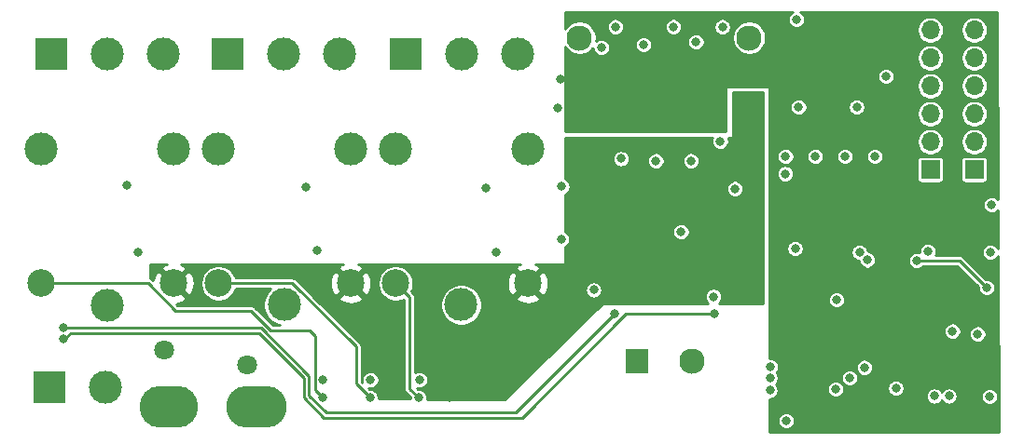
<source format=gbr>
G04 #@! TF.GenerationSoftware,KiCad,Pcbnew,(5.1.5)-3*
G04 #@! TF.CreationDate,2020-10-24T18:19:01+09:00*
G04 #@! TF.ProjectId,wallswitch_schematic_alpha,77616c6c-7377-4697-9463-685f73636865,rev?*
G04 #@! TF.SameCoordinates,Original*
G04 #@! TF.FileFunction,Copper,L2,Inr*
G04 #@! TF.FilePolarity,Positive*
%FSLAX46Y46*%
G04 Gerber Fmt 4.6, Leading zero omitted, Abs format (unit mm)*
G04 Created by KiCad (PCBNEW (5.1.5)-3) date 2020-10-24 18:19:01*
%MOMM*%
%LPD*%
G04 APERTURE LIST*
%ADD10C,1.800000*%
%ADD11C,2.300000*%
%ADD12R,2.000000X2.300000*%
%ADD13C,3.000000*%
%ADD14C,2.500000*%
%ADD15R,1.700000X1.700000*%
%ADD16O,1.700000X1.700000*%
%ADD17R,3.000000X3.000000*%
%ADD18O,5.500000X3.800000*%
%ADD19O,5.300000X3.800000*%
%ADD20C,0.800000*%
%ADD21C,0.250000*%
%ADD22C,0.254000*%
G04 APERTURE END LIST*
D10*
X158242000Y-112776000D03*
X150742000Y-111376000D03*
D11*
X188460000Y-82980000D03*
D12*
X193660000Y-112380000D03*
D11*
X198660000Y-112380000D03*
X203860000Y-82980000D03*
D13*
X145560000Y-107280000D03*
D14*
X139610000Y-105330000D03*
D13*
X139560000Y-93080000D03*
X151610000Y-93130000D03*
D14*
X151610000Y-105330000D03*
D15*
X220306000Y-94980000D03*
D16*
X220306000Y-92440000D03*
X220306000Y-89900000D03*
X220306000Y-87360000D03*
X220306000Y-84820000D03*
X220306000Y-82280000D03*
D17*
X140335000Y-114808000D03*
D13*
X145415000Y-114808000D03*
D17*
X140460000Y-84480000D03*
D13*
X145540000Y-84480000D03*
X150620000Y-84480000D03*
D15*
X224282000Y-94980000D03*
D16*
X224282000Y-92440000D03*
X224282000Y-89900000D03*
X224282000Y-87360000D03*
X224282000Y-84820000D03*
X224282000Y-82280000D03*
D18*
X159131000Y-116586000D03*
D19*
X151131000Y-116586000D03*
D17*
X156510000Y-84480000D03*
D13*
X161590000Y-84480000D03*
X166670000Y-84480000D03*
X182870000Y-84480000D03*
X177790000Y-84480000D03*
D17*
X172710000Y-84480000D03*
D13*
X161634999Y-107275001D03*
D14*
X155684999Y-105325001D03*
D13*
X155634999Y-93075001D03*
X167684999Y-93125001D03*
D14*
X167684999Y-105325001D03*
X183760000Y-105325001D03*
D13*
X183760000Y-93125001D03*
X171710000Y-93075001D03*
D14*
X171760000Y-105325001D03*
D13*
X177710000Y-107275001D03*
D20*
X203504800Y-102057200D03*
X176682400Y-115722400D03*
X203911200Y-96621600D03*
X203809600Y-92557600D03*
X202641200Y-92506800D03*
X204774800Y-90982800D03*
X204825600Y-92506800D03*
X204774800Y-89560400D03*
X165150800Y-115722400D03*
X225742500Y-102489000D03*
X225679000Y-115633500D03*
X224599500Y-109918500D03*
X216281000Y-86487000D03*
X225869500Y-98171000D03*
X208153000Y-81343500D03*
X202565000Y-96710500D03*
X197675500Y-100647500D03*
X195389500Y-94170500D03*
X189738000Y-105918000D03*
X200609200Y-106527600D03*
X191706500Y-81978500D03*
X190436500Y-83883500D03*
X201422000Y-81978500D03*
X196977000Y-81978500D03*
X179959000Y-96647000D03*
X163639500Y-96583500D03*
X147320000Y-96367600D03*
X207111600Y-95351600D03*
X208026000Y-102158800D03*
X194259200Y-83616800D03*
X211785200Y-106832400D03*
X186842400Y-96520000D03*
X186791600Y-101295200D03*
X207213200Y-117805200D03*
X217170000Y-114858800D03*
X199034400Y-83362800D03*
X224345500Y-102489000D03*
X225298000Y-112585500D03*
X209867500Y-95377000D03*
X224282000Y-98171000D03*
X188531500Y-89408000D03*
X188531500Y-90779600D03*
X191058800Y-89408000D03*
X192786000Y-90805000D03*
X195834000Y-88188800D03*
X186690000Y-86715600D03*
X186486800Y-89408000D03*
X195986400Y-90881200D03*
X220662500Y-115570000D03*
X221996000Y-115570000D03*
X207160000Y-93780000D03*
X209860000Y-93780000D03*
X208343500Y-89281000D03*
X213614000Y-89281000D03*
X165163500Y-114109500D03*
X191668400Y-108051600D03*
X141579600Y-109372400D03*
X212560000Y-93780000D03*
X215260000Y-93780000D03*
X222313500Y-109664500D03*
X220065600Y-102412800D03*
X225425000Y-105727500D03*
X219049600Y-103251000D03*
X198564500Y-94170500D03*
X192214500Y-93980000D03*
X201231500Y-92392500D03*
X213868000Y-102489000D03*
X214593000Y-103196108D03*
X211709000Y-114935000D03*
X205740000Y-115062000D03*
X148336000Y-102463600D03*
X169481500Y-114109500D03*
X169418000Y-115722400D03*
X173837600Y-115722400D03*
X173926500Y-114109500D03*
X212979000Y-113919000D03*
X164655500Y-102362000D03*
X205740000Y-113919000D03*
X180911500Y-102489000D03*
X205752651Y-112906346D03*
X214312500Y-112966500D03*
X200710800Y-108102400D03*
X141630400Y-110388400D03*
D21*
X139610000Y-105330000D02*
X149278998Y-105330000D01*
X149278998Y-105330000D02*
X151746598Y-107797600D01*
X151746598Y-107797600D02*
X158597600Y-107797600D01*
X158597600Y-107797600D02*
X160426400Y-109626400D01*
X160426400Y-109626400D02*
X163982400Y-109626400D01*
X164438499Y-115010099D02*
X165150800Y-115722400D01*
X164438499Y-110082499D02*
X164438499Y-115010099D01*
X163982400Y-109626400D02*
X164438499Y-110082499D01*
X159535990Y-109372400D02*
X163880800Y-113717210D01*
X141579600Y-109372400D02*
X159535990Y-109372400D01*
X163880800Y-115525402D02*
X165449398Y-117094000D01*
X163880800Y-113717210D02*
X163880800Y-115525402D01*
X182626000Y-117094000D02*
X191668400Y-108051600D01*
X165449398Y-117094000D02*
X182626000Y-117094000D01*
X222948500Y-103251000D02*
X225425000Y-105727500D01*
X222948500Y-103251000D02*
X219049600Y-103251000D01*
X162386001Y-105325001D02*
X168148000Y-111087000D01*
X155684999Y-105325001D02*
X162386001Y-105325001D01*
X168148000Y-114452400D02*
X169418000Y-115722400D01*
X168148000Y-111087000D02*
X168148000Y-114452400D01*
X173837600Y-115722400D02*
X173024800Y-114909600D01*
X173024800Y-106589801D02*
X171760000Y-105325001D01*
X173024800Y-114909600D02*
X173024800Y-106589801D01*
X183248993Y-117544009D02*
X192690602Y-108102400D01*
X165262998Y-117544010D02*
X183248993Y-117544009D01*
X163430791Y-115711803D02*
X165262998Y-117544010D01*
X141630400Y-110388400D02*
X141681200Y-110388400D01*
X141681200Y-110388400D02*
X142247190Y-109822410D01*
X192690602Y-108102400D02*
X200710800Y-108102400D01*
X163430790Y-113903610D02*
X163430791Y-115711803D01*
X142247190Y-109822410D02*
X159349590Y-109822410D01*
X159349590Y-109822410D02*
X163430790Y-113903610D01*
D22*
G36*
X205105000Y-107162157D02*
G01*
X201086238Y-107148154D01*
X201107059Y-107134242D01*
X201215842Y-107025459D01*
X201301313Y-106897542D01*
X201360187Y-106755409D01*
X201390200Y-106604522D01*
X201390200Y-106450678D01*
X201360187Y-106299791D01*
X201301313Y-106157658D01*
X201215842Y-106029741D01*
X201107059Y-105920958D01*
X200979142Y-105835487D01*
X200837009Y-105776613D01*
X200686122Y-105746600D01*
X200532278Y-105746600D01*
X200381391Y-105776613D01*
X200239258Y-105835487D01*
X200111341Y-105920958D01*
X200002558Y-106029741D01*
X199917087Y-106157658D01*
X199858213Y-106299791D01*
X199828200Y-106450678D01*
X199828200Y-106604522D01*
X199858213Y-106755409D01*
X199917087Y-106897542D01*
X200002558Y-107025459D01*
X200111341Y-107134242D01*
X200127161Y-107144813D01*
X190652843Y-107111801D01*
X190628058Y-107114155D01*
X190604208Y-107121299D01*
X190582211Y-107132958D01*
X190563893Y-107147720D01*
X181609257Y-115849400D01*
X176022576Y-115849400D01*
X174611307Y-115835985D01*
X174618600Y-115799322D01*
X174618600Y-115645478D01*
X174588587Y-115494591D01*
X174529713Y-115352458D01*
X174444242Y-115224541D01*
X174335459Y-115115758D01*
X174207542Y-115030287D01*
X174065409Y-114971413D01*
X173914522Y-114941400D01*
X173772191Y-114941400D01*
X173686037Y-114855245D01*
X173698691Y-114860487D01*
X173849578Y-114890500D01*
X174003422Y-114890500D01*
X174154309Y-114860487D01*
X174296442Y-114801613D01*
X174424359Y-114716142D01*
X174533142Y-114607359D01*
X174618613Y-114479442D01*
X174677487Y-114337309D01*
X174707500Y-114186422D01*
X174707500Y-114032578D01*
X174677487Y-113881691D01*
X174618613Y-113739558D01*
X174533142Y-113611641D01*
X174424359Y-113502858D01*
X174296442Y-113417387D01*
X174154309Y-113358513D01*
X174003422Y-113328500D01*
X173849578Y-113328500D01*
X173698691Y-113358513D01*
X173556558Y-113417387D01*
X173530800Y-113434598D01*
X173530800Y-107089739D01*
X175829000Y-107089739D01*
X175829000Y-107460263D01*
X175901286Y-107823668D01*
X176043080Y-108165988D01*
X176248932Y-108474068D01*
X176510933Y-108736069D01*
X176819013Y-108941921D01*
X177161333Y-109083715D01*
X177524738Y-109156001D01*
X177895262Y-109156001D01*
X178258667Y-109083715D01*
X178600987Y-108941921D01*
X178909067Y-108736069D01*
X179171068Y-108474068D01*
X179376920Y-108165988D01*
X179518714Y-107823668D01*
X179591000Y-107460263D01*
X179591000Y-107089739D01*
X179518714Y-106726334D01*
X179482376Y-106638606D01*
X182626000Y-106638606D01*
X182751914Y-106928578D01*
X183084126Y-107094434D01*
X183442312Y-107192291D01*
X183812706Y-107218390D01*
X184181075Y-107171726D01*
X184533262Y-107054095D01*
X184768086Y-106928578D01*
X184894000Y-106638606D01*
X183760000Y-105504606D01*
X182626000Y-106638606D01*
X179482376Y-106638606D01*
X179376920Y-106384014D01*
X179171068Y-106075934D01*
X178909067Y-105813933D01*
X178600987Y-105608081D01*
X178258667Y-105466287D01*
X177895262Y-105394001D01*
X177524738Y-105394001D01*
X177161333Y-105466287D01*
X176819013Y-105608081D01*
X176510933Y-105813933D01*
X176248932Y-106075934D01*
X176043080Y-106384014D01*
X175901286Y-106726334D01*
X175829000Y-107089739D01*
X173530800Y-107089739D01*
X173530800Y-106614646D01*
X173533247Y-106589800D01*
X173530800Y-106564954D01*
X173530800Y-106564947D01*
X173523478Y-106490608D01*
X173494545Y-106395226D01*
X173447559Y-106307322D01*
X173384327Y-106230274D01*
X173365020Y-106214429D01*
X173217906Y-106067315D01*
X173328322Y-105800746D01*
X173391000Y-105485641D01*
X173391000Y-105377707D01*
X181866611Y-105377707D01*
X181913275Y-105746076D01*
X182030906Y-106098263D01*
X182156423Y-106333087D01*
X182446395Y-106459001D01*
X183580395Y-105325001D01*
X183939605Y-105325001D01*
X185073605Y-106459001D01*
X185363577Y-106333087D01*
X185529433Y-106000875D01*
X185573089Y-105841078D01*
X188957000Y-105841078D01*
X188957000Y-105994922D01*
X188987013Y-106145809D01*
X189045887Y-106287942D01*
X189131358Y-106415859D01*
X189240141Y-106524642D01*
X189368058Y-106610113D01*
X189510191Y-106668987D01*
X189661078Y-106699000D01*
X189814922Y-106699000D01*
X189965809Y-106668987D01*
X190107942Y-106610113D01*
X190235859Y-106524642D01*
X190344642Y-106415859D01*
X190430113Y-106287942D01*
X190488987Y-106145809D01*
X190519000Y-105994922D01*
X190519000Y-105841078D01*
X190488987Y-105690191D01*
X190430113Y-105548058D01*
X190344642Y-105420141D01*
X190235859Y-105311358D01*
X190107942Y-105225887D01*
X189965809Y-105167013D01*
X189814922Y-105137000D01*
X189661078Y-105137000D01*
X189510191Y-105167013D01*
X189368058Y-105225887D01*
X189240141Y-105311358D01*
X189131358Y-105420141D01*
X189045887Y-105548058D01*
X188987013Y-105690191D01*
X188957000Y-105841078D01*
X185573089Y-105841078D01*
X185627290Y-105642689D01*
X185653389Y-105272295D01*
X185606725Y-104903926D01*
X185489094Y-104551739D01*
X185363577Y-104316915D01*
X185073605Y-104191001D01*
X183939605Y-105325001D01*
X183580395Y-105325001D01*
X182446395Y-104191001D01*
X182156423Y-104316915D01*
X181990567Y-104649127D01*
X181892710Y-105007313D01*
X181866611Y-105377707D01*
X173391000Y-105377707D01*
X173391000Y-105164361D01*
X173328322Y-104849256D01*
X173205374Y-104552433D01*
X173026881Y-104285299D01*
X172799702Y-104058120D01*
X172532568Y-103879627D01*
X172235745Y-103756679D01*
X171920640Y-103694001D01*
X171599360Y-103694001D01*
X171284255Y-103756679D01*
X170987432Y-103879627D01*
X170720298Y-104058120D01*
X170493119Y-104285299D01*
X170314626Y-104552433D01*
X170191678Y-104849256D01*
X170129000Y-105164361D01*
X170129000Y-105485641D01*
X170191678Y-105800746D01*
X170314626Y-106097569D01*
X170493119Y-106364703D01*
X170720298Y-106591882D01*
X170987432Y-106770375D01*
X171284255Y-106893323D01*
X171599360Y-106956001D01*
X171920640Y-106956001D01*
X172235745Y-106893323D01*
X172502314Y-106782907D01*
X172518801Y-106799394D01*
X172518800Y-114884754D01*
X172516353Y-114909600D01*
X172518800Y-114934446D01*
X172518800Y-114934453D01*
X172526122Y-115008792D01*
X172555055Y-115104174D01*
X172602041Y-115192079D01*
X172665273Y-115269127D01*
X172684585Y-115284976D01*
X173056600Y-115656991D01*
X173056600Y-115799322D01*
X173060961Y-115821248D01*
X170199000Y-115794043D01*
X170199000Y-115645478D01*
X170168987Y-115494591D01*
X170110113Y-115352458D01*
X170024642Y-115224541D01*
X169915859Y-115115758D01*
X169787942Y-115030287D01*
X169645809Y-114971413D01*
X169494922Y-114941400D01*
X169352592Y-114941400D01*
X169276145Y-114864953D01*
X169404578Y-114890500D01*
X169558422Y-114890500D01*
X169709309Y-114860487D01*
X169851442Y-114801613D01*
X169979359Y-114716142D01*
X170088142Y-114607359D01*
X170173613Y-114479442D01*
X170232487Y-114337309D01*
X170262500Y-114186422D01*
X170262500Y-114032578D01*
X170232487Y-113881691D01*
X170173613Y-113739558D01*
X170088142Y-113611641D01*
X169979359Y-113502858D01*
X169851442Y-113417387D01*
X169709309Y-113358513D01*
X169558422Y-113328500D01*
X169404578Y-113328500D01*
X169253691Y-113358513D01*
X169111558Y-113417387D01*
X168983641Y-113502858D01*
X168874858Y-113611641D01*
X168789387Y-113739558D01*
X168730513Y-113881691D01*
X168700500Y-114032578D01*
X168700500Y-114186422D01*
X168726047Y-114314856D01*
X168654000Y-114242809D01*
X168654000Y-111111845D01*
X168656447Y-111086999D01*
X168654000Y-111062153D01*
X168654000Y-111062146D01*
X168646678Y-110987807D01*
X168638028Y-110959289D01*
X168617745Y-110892425D01*
X168597480Y-110854513D01*
X168570759Y-110804521D01*
X168507527Y-110727473D01*
X168488220Y-110711628D01*
X164415198Y-106638606D01*
X166550999Y-106638606D01*
X166676913Y-106928578D01*
X167009125Y-107094434D01*
X167367311Y-107192291D01*
X167737705Y-107218390D01*
X168106074Y-107171726D01*
X168458261Y-107054095D01*
X168693085Y-106928578D01*
X168818999Y-106638606D01*
X167684999Y-105504606D01*
X166550999Y-106638606D01*
X164415198Y-106638606D01*
X163154299Y-105377707D01*
X165791610Y-105377707D01*
X165838274Y-105746076D01*
X165955905Y-106098263D01*
X166081422Y-106333087D01*
X166371394Y-106459001D01*
X167505394Y-105325001D01*
X167864604Y-105325001D01*
X168998604Y-106459001D01*
X169288576Y-106333087D01*
X169454432Y-106000875D01*
X169552289Y-105642689D01*
X169578388Y-105272295D01*
X169531724Y-104903926D01*
X169414093Y-104551739D01*
X169288576Y-104316915D01*
X168998604Y-104191001D01*
X167864604Y-105325001D01*
X167505394Y-105325001D01*
X166371394Y-104191001D01*
X166081422Y-104316915D01*
X165915566Y-104649127D01*
X165817709Y-105007313D01*
X165791610Y-105377707D01*
X163154299Y-105377707D01*
X162761377Y-104984786D01*
X162745528Y-104965474D01*
X162668480Y-104902242D01*
X162580576Y-104855256D01*
X162485194Y-104826323D01*
X162410855Y-104819001D01*
X162410847Y-104819001D01*
X162386001Y-104816554D01*
X162361155Y-104819001D01*
X157240789Y-104819001D01*
X157130373Y-104552433D01*
X156951880Y-104285299D01*
X156724701Y-104058120D01*
X156457567Y-103879627D01*
X156160744Y-103756679D01*
X155845639Y-103694001D01*
X155524359Y-103694001D01*
X155209254Y-103756679D01*
X154912431Y-103879627D01*
X154645297Y-104058120D01*
X154418118Y-104285299D01*
X154239625Y-104552433D01*
X154116677Y-104849256D01*
X154053999Y-105164361D01*
X154053999Y-105485641D01*
X154116677Y-105800746D01*
X154239625Y-106097569D01*
X154418118Y-106364703D01*
X154645297Y-106591882D01*
X154912431Y-106770375D01*
X155209254Y-106893323D01*
X155524359Y-106956001D01*
X155845639Y-106956001D01*
X156160744Y-106893323D01*
X156457567Y-106770375D01*
X156724701Y-106591882D01*
X156951880Y-106364703D01*
X157130373Y-106097569D01*
X157240789Y-105831001D01*
X160418864Y-105831001D01*
X160173931Y-106075934D01*
X159968079Y-106384014D01*
X159826285Y-106726334D01*
X159753999Y-107089739D01*
X159753999Y-107460263D01*
X159826285Y-107823668D01*
X159968079Y-108165988D01*
X160173931Y-108474068D01*
X160435932Y-108736069D01*
X160744012Y-108941921D01*
X161086332Y-109083715D01*
X161270759Y-109120400D01*
X160635992Y-109120400D01*
X158972976Y-107457385D01*
X158957127Y-107438073D01*
X158880079Y-107374841D01*
X158792175Y-107327855D01*
X158696793Y-107298922D01*
X158622454Y-107291600D01*
X158622446Y-107291600D01*
X158597600Y-107289153D01*
X158572754Y-107291600D01*
X151956190Y-107291600D01*
X151862650Y-107198061D01*
X152031075Y-107176725D01*
X152383262Y-107059094D01*
X152618086Y-106933577D01*
X152744000Y-106643605D01*
X151610000Y-105509605D01*
X151595858Y-105523748D01*
X151416253Y-105344143D01*
X151430395Y-105330000D01*
X151789605Y-105330000D01*
X152923605Y-106464000D01*
X153213577Y-106338086D01*
X153379433Y-106005874D01*
X153477290Y-105647688D01*
X153503389Y-105277294D01*
X153456725Y-104908925D01*
X153339094Y-104556738D01*
X153213577Y-104321914D01*
X152923605Y-104196000D01*
X151789605Y-105330000D01*
X151430395Y-105330000D01*
X150296395Y-104196000D01*
X150006423Y-104321914D01*
X149840567Y-104654126D01*
X149742710Y-105012312D01*
X149738378Y-105073789D01*
X149654374Y-104989785D01*
X149638525Y-104970473D01*
X149561477Y-104907241D01*
X149473573Y-104860255D01*
X149473086Y-104860107D01*
X149478476Y-103555800D01*
X150971785Y-103555800D01*
X150836738Y-103600906D01*
X150601914Y-103726423D01*
X150476000Y-104016395D01*
X151610000Y-105150395D01*
X152744000Y-104016395D01*
X152618086Y-103726423D01*
X152285874Y-103560567D01*
X152268425Y-103555800D01*
X167031817Y-103555800D01*
X166911737Y-103595907D01*
X166676913Y-103721424D01*
X166550999Y-104011396D01*
X167684999Y-105145396D01*
X168818999Y-104011396D01*
X168693085Y-103721424D01*
X168361338Y-103555800D01*
X183106818Y-103555800D01*
X182986738Y-103595907D01*
X182751914Y-103721424D01*
X182626000Y-104011396D01*
X183760000Y-105145396D01*
X184894000Y-104011396D01*
X184768086Y-103721424D01*
X184436339Y-103555800D01*
X187045600Y-103555800D01*
X187070376Y-103553360D01*
X187094201Y-103546133D01*
X187116157Y-103534397D01*
X187135403Y-103518603D01*
X187151197Y-103499357D01*
X187162933Y-103477401D01*
X187170160Y-103453576D01*
X187172600Y-103428800D01*
X187172600Y-101979924D01*
X187289459Y-101901842D01*
X187398242Y-101793059D01*
X187483713Y-101665142D01*
X187542587Y-101523009D01*
X187572600Y-101372122D01*
X187572600Y-101218278D01*
X187542587Y-101067391D01*
X187483713Y-100925258D01*
X187398242Y-100797341D01*
X187289459Y-100688558D01*
X187172600Y-100610476D01*
X187172600Y-100570578D01*
X196894500Y-100570578D01*
X196894500Y-100724422D01*
X196924513Y-100875309D01*
X196983387Y-101017442D01*
X197068858Y-101145359D01*
X197177641Y-101254142D01*
X197305558Y-101339613D01*
X197447691Y-101398487D01*
X197598578Y-101428500D01*
X197752422Y-101428500D01*
X197903309Y-101398487D01*
X198045442Y-101339613D01*
X198173359Y-101254142D01*
X198282142Y-101145359D01*
X198367613Y-101017442D01*
X198426487Y-100875309D01*
X198456500Y-100724422D01*
X198456500Y-100570578D01*
X198426487Y-100419691D01*
X198367613Y-100277558D01*
X198282142Y-100149641D01*
X198173359Y-100040858D01*
X198045442Y-99955387D01*
X197903309Y-99896513D01*
X197752422Y-99866500D01*
X197598578Y-99866500D01*
X197447691Y-99896513D01*
X197305558Y-99955387D01*
X197177641Y-100040858D01*
X197068858Y-100149641D01*
X196983387Y-100277558D01*
X196924513Y-100419691D01*
X196894500Y-100570578D01*
X187172600Y-100570578D01*
X187172600Y-97228575D01*
X187212342Y-97212113D01*
X187340259Y-97126642D01*
X187449042Y-97017859D01*
X187534513Y-96889942D01*
X187593387Y-96747809D01*
X187616108Y-96633578D01*
X201784000Y-96633578D01*
X201784000Y-96787422D01*
X201814013Y-96938309D01*
X201872887Y-97080442D01*
X201958358Y-97208359D01*
X202067141Y-97317142D01*
X202195058Y-97402613D01*
X202337191Y-97461487D01*
X202488078Y-97491500D01*
X202641922Y-97491500D01*
X202792809Y-97461487D01*
X202934942Y-97402613D01*
X203062859Y-97317142D01*
X203171642Y-97208359D01*
X203257113Y-97080442D01*
X203315987Y-96938309D01*
X203346000Y-96787422D01*
X203346000Y-96633578D01*
X203315987Y-96482691D01*
X203257113Y-96340558D01*
X203171642Y-96212641D01*
X203062859Y-96103858D01*
X202934942Y-96018387D01*
X202792809Y-95959513D01*
X202641922Y-95929500D01*
X202488078Y-95929500D01*
X202337191Y-95959513D01*
X202195058Y-96018387D01*
X202067141Y-96103858D01*
X201958358Y-96212641D01*
X201872887Y-96340558D01*
X201814013Y-96482691D01*
X201784000Y-96633578D01*
X187616108Y-96633578D01*
X187623400Y-96596922D01*
X187623400Y-96443078D01*
X187593387Y-96292191D01*
X187534513Y-96150058D01*
X187449042Y-96022141D01*
X187340259Y-95913358D01*
X187212342Y-95827887D01*
X187172600Y-95811425D01*
X187172600Y-93903078D01*
X191433500Y-93903078D01*
X191433500Y-94056922D01*
X191463513Y-94207809D01*
X191522387Y-94349942D01*
X191607858Y-94477859D01*
X191716641Y-94586642D01*
X191844558Y-94672113D01*
X191986691Y-94730987D01*
X192137578Y-94761000D01*
X192291422Y-94761000D01*
X192442309Y-94730987D01*
X192584442Y-94672113D01*
X192712359Y-94586642D01*
X192821142Y-94477859D01*
X192906613Y-94349942D01*
X192965487Y-94207809D01*
X192988208Y-94093578D01*
X194608500Y-94093578D01*
X194608500Y-94247422D01*
X194638513Y-94398309D01*
X194697387Y-94540442D01*
X194782858Y-94668359D01*
X194891641Y-94777142D01*
X195019558Y-94862613D01*
X195161691Y-94921487D01*
X195312578Y-94951500D01*
X195466422Y-94951500D01*
X195617309Y-94921487D01*
X195759442Y-94862613D01*
X195887359Y-94777142D01*
X195996142Y-94668359D01*
X196081613Y-94540442D01*
X196140487Y-94398309D01*
X196170500Y-94247422D01*
X196170500Y-94093578D01*
X197783500Y-94093578D01*
X197783500Y-94247422D01*
X197813513Y-94398309D01*
X197872387Y-94540442D01*
X197957858Y-94668359D01*
X198066641Y-94777142D01*
X198194558Y-94862613D01*
X198336691Y-94921487D01*
X198487578Y-94951500D01*
X198641422Y-94951500D01*
X198792309Y-94921487D01*
X198934442Y-94862613D01*
X199062359Y-94777142D01*
X199171142Y-94668359D01*
X199256613Y-94540442D01*
X199315487Y-94398309D01*
X199345500Y-94247422D01*
X199345500Y-94093578D01*
X199315487Y-93942691D01*
X199256613Y-93800558D01*
X199171142Y-93672641D01*
X199062359Y-93563858D01*
X198934442Y-93478387D01*
X198792309Y-93419513D01*
X198641422Y-93389500D01*
X198487578Y-93389500D01*
X198336691Y-93419513D01*
X198194558Y-93478387D01*
X198066641Y-93563858D01*
X197957858Y-93672641D01*
X197872387Y-93800558D01*
X197813513Y-93942691D01*
X197783500Y-94093578D01*
X196170500Y-94093578D01*
X196140487Y-93942691D01*
X196081613Y-93800558D01*
X195996142Y-93672641D01*
X195887359Y-93563858D01*
X195759442Y-93478387D01*
X195617309Y-93419513D01*
X195466422Y-93389500D01*
X195312578Y-93389500D01*
X195161691Y-93419513D01*
X195019558Y-93478387D01*
X194891641Y-93563858D01*
X194782858Y-93672641D01*
X194697387Y-93800558D01*
X194638513Y-93942691D01*
X194608500Y-94093578D01*
X192988208Y-94093578D01*
X192995500Y-94056922D01*
X192995500Y-93903078D01*
X192965487Y-93752191D01*
X192906613Y-93610058D01*
X192821142Y-93482141D01*
X192712359Y-93373358D01*
X192584442Y-93287887D01*
X192442309Y-93229013D01*
X192291422Y-93199000D01*
X192137578Y-93199000D01*
X191986691Y-93229013D01*
X191844558Y-93287887D01*
X191716641Y-93373358D01*
X191607858Y-93482141D01*
X191522387Y-93610058D01*
X191463513Y-93752191D01*
X191433500Y-93903078D01*
X187172600Y-93903078D01*
X187172600Y-92074940D01*
X200520315Y-92068602D01*
X200480513Y-92164691D01*
X200450500Y-92315578D01*
X200450500Y-92469422D01*
X200480513Y-92620309D01*
X200539387Y-92762442D01*
X200624858Y-92890359D01*
X200733641Y-92999142D01*
X200861558Y-93084613D01*
X201003691Y-93143487D01*
X201154578Y-93173500D01*
X201308422Y-93173500D01*
X201459309Y-93143487D01*
X201601442Y-93084613D01*
X201729359Y-92999142D01*
X201838142Y-92890359D01*
X201923613Y-92762442D01*
X201982487Y-92620309D01*
X202012500Y-92469422D01*
X202012500Y-92315578D01*
X201982487Y-92164691D01*
X201942406Y-92067927D01*
X202285660Y-92067764D01*
X202310436Y-92065312D01*
X202334257Y-92058074D01*
X202356208Y-92046327D01*
X202375445Y-92030524D01*
X202391230Y-92011271D01*
X202402956Y-91989309D01*
X202410171Y-91965481D01*
X202412600Y-91940764D01*
X202412600Y-87960200D01*
X205105000Y-87960200D01*
X205105000Y-107162157D01*
G37*
X205105000Y-107162157D02*
X201086238Y-107148154D01*
X201107059Y-107134242D01*
X201215842Y-107025459D01*
X201301313Y-106897542D01*
X201360187Y-106755409D01*
X201390200Y-106604522D01*
X201390200Y-106450678D01*
X201360187Y-106299791D01*
X201301313Y-106157658D01*
X201215842Y-106029741D01*
X201107059Y-105920958D01*
X200979142Y-105835487D01*
X200837009Y-105776613D01*
X200686122Y-105746600D01*
X200532278Y-105746600D01*
X200381391Y-105776613D01*
X200239258Y-105835487D01*
X200111341Y-105920958D01*
X200002558Y-106029741D01*
X199917087Y-106157658D01*
X199858213Y-106299791D01*
X199828200Y-106450678D01*
X199828200Y-106604522D01*
X199858213Y-106755409D01*
X199917087Y-106897542D01*
X200002558Y-107025459D01*
X200111341Y-107134242D01*
X200127161Y-107144813D01*
X190652843Y-107111801D01*
X190628058Y-107114155D01*
X190604208Y-107121299D01*
X190582211Y-107132958D01*
X190563893Y-107147720D01*
X181609257Y-115849400D01*
X176022576Y-115849400D01*
X174611307Y-115835985D01*
X174618600Y-115799322D01*
X174618600Y-115645478D01*
X174588587Y-115494591D01*
X174529713Y-115352458D01*
X174444242Y-115224541D01*
X174335459Y-115115758D01*
X174207542Y-115030287D01*
X174065409Y-114971413D01*
X173914522Y-114941400D01*
X173772191Y-114941400D01*
X173686037Y-114855245D01*
X173698691Y-114860487D01*
X173849578Y-114890500D01*
X174003422Y-114890500D01*
X174154309Y-114860487D01*
X174296442Y-114801613D01*
X174424359Y-114716142D01*
X174533142Y-114607359D01*
X174618613Y-114479442D01*
X174677487Y-114337309D01*
X174707500Y-114186422D01*
X174707500Y-114032578D01*
X174677487Y-113881691D01*
X174618613Y-113739558D01*
X174533142Y-113611641D01*
X174424359Y-113502858D01*
X174296442Y-113417387D01*
X174154309Y-113358513D01*
X174003422Y-113328500D01*
X173849578Y-113328500D01*
X173698691Y-113358513D01*
X173556558Y-113417387D01*
X173530800Y-113434598D01*
X173530800Y-107089739D01*
X175829000Y-107089739D01*
X175829000Y-107460263D01*
X175901286Y-107823668D01*
X176043080Y-108165988D01*
X176248932Y-108474068D01*
X176510933Y-108736069D01*
X176819013Y-108941921D01*
X177161333Y-109083715D01*
X177524738Y-109156001D01*
X177895262Y-109156001D01*
X178258667Y-109083715D01*
X178600987Y-108941921D01*
X178909067Y-108736069D01*
X179171068Y-108474068D01*
X179376920Y-108165988D01*
X179518714Y-107823668D01*
X179591000Y-107460263D01*
X179591000Y-107089739D01*
X179518714Y-106726334D01*
X179482376Y-106638606D01*
X182626000Y-106638606D01*
X182751914Y-106928578D01*
X183084126Y-107094434D01*
X183442312Y-107192291D01*
X183812706Y-107218390D01*
X184181075Y-107171726D01*
X184533262Y-107054095D01*
X184768086Y-106928578D01*
X184894000Y-106638606D01*
X183760000Y-105504606D01*
X182626000Y-106638606D01*
X179482376Y-106638606D01*
X179376920Y-106384014D01*
X179171068Y-106075934D01*
X178909067Y-105813933D01*
X178600987Y-105608081D01*
X178258667Y-105466287D01*
X177895262Y-105394001D01*
X177524738Y-105394001D01*
X177161333Y-105466287D01*
X176819013Y-105608081D01*
X176510933Y-105813933D01*
X176248932Y-106075934D01*
X176043080Y-106384014D01*
X175901286Y-106726334D01*
X175829000Y-107089739D01*
X173530800Y-107089739D01*
X173530800Y-106614646D01*
X173533247Y-106589800D01*
X173530800Y-106564954D01*
X173530800Y-106564947D01*
X173523478Y-106490608D01*
X173494545Y-106395226D01*
X173447559Y-106307322D01*
X173384327Y-106230274D01*
X173365020Y-106214429D01*
X173217906Y-106067315D01*
X173328322Y-105800746D01*
X173391000Y-105485641D01*
X173391000Y-105377707D01*
X181866611Y-105377707D01*
X181913275Y-105746076D01*
X182030906Y-106098263D01*
X182156423Y-106333087D01*
X182446395Y-106459001D01*
X183580395Y-105325001D01*
X183939605Y-105325001D01*
X185073605Y-106459001D01*
X185363577Y-106333087D01*
X185529433Y-106000875D01*
X185573089Y-105841078D01*
X188957000Y-105841078D01*
X188957000Y-105994922D01*
X188987013Y-106145809D01*
X189045887Y-106287942D01*
X189131358Y-106415859D01*
X189240141Y-106524642D01*
X189368058Y-106610113D01*
X189510191Y-106668987D01*
X189661078Y-106699000D01*
X189814922Y-106699000D01*
X189965809Y-106668987D01*
X190107942Y-106610113D01*
X190235859Y-106524642D01*
X190344642Y-106415859D01*
X190430113Y-106287942D01*
X190488987Y-106145809D01*
X190519000Y-105994922D01*
X190519000Y-105841078D01*
X190488987Y-105690191D01*
X190430113Y-105548058D01*
X190344642Y-105420141D01*
X190235859Y-105311358D01*
X190107942Y-105225887D01*
X189965809Y-105167013D01*
X189814922Y-105137000D01*
X189661078Y-105137000D01*
X189510191Y-105167013D01*
X189368058Y-105225887D01*
X189240141Y-105311358D01*
X189131358Y-105420141D01*
X189045887Y-105548058D01*
X188987013Y-105690191D01*
X188957000Y-105841078D01*
X185573089Y-105841078D01*
X185627290Y-105642689D01*
X185653389Y-105272295D01*
X185606725Y-104903926D01*
X185489094Y-104551739D01*
X185363577Y-104316915D01*
X185073605Y-104191001D01*
X183939605Y-105325001D01*
X183580395Y-105325001D01*
X182446395Y-104191001D01*
X182156423Y-104316915D01*
X181990567Y-104649127D01*
X181892710Y-105007313D01*
X181866611Y-105377707D01*
X173391000Y-105377707D01*
X173391000Y-105164361D01*
X173328322Y-104849256D01*
X173205374Y-104552433D01*
X173026881Y-104285299D01*
X172799702Y-104058120D01*
X172532568Y-103879627D01*
X172235745Y-103756679D01*
X171920640Y-103694001D01*
X171599360Y-103694001D01*
X171284255Y-103756679D01*
X170987432Y-103879627D01*
X170720298Y-104058120D01*
X170493119Y-104285299D01*
X170314626Y-104552433D01*
X170191678Y-104849256D01*
X170129000Y-105164361D01*
X170129000Y-105485641D01*
X170191678Y-105800746D01*
X170314626Y-106097569D01*
X170493119Y-106364703D01*
X170720298Y-106591882D01*
X170987432Y-106770375D01*
X171284255Y-106893323D01*
X171599360Y-106956001D01*
X171920640Y-106956001D01*
X172235745Y-106893323D01*
X172502314Y-106782907D01*
X172518801Y-106799394D01*
X172518800Y-114884754D01*
X172516353Y-114909600D01*
X172518800Y-114934446D01*
X172518800Y-114934453D01*
X172526122Y-115008792D01*
X172555055Y-115104174D01*
X172602041Y-115192079D01*
X172665273Y-115269127D01*
X172684585Y-115284976D01*
X173056600Y-115656991D01*
X173056600Y-115799322D01*
X173060961Y-115821248D01*
X170199000Y-115794043D01*
X170199000Y-115645478D01*
X170168987Y-115494591D01*
X170110113Y-115352458D01*
X170024642Y-115224541D01*
X169915859Y-115115758D01*
X169787942Y-115030287D01*
X169645809Y-114971413D01*
X169494922Y-114941400D01*
X169352592Y-114941400D01*
X169276145Y-114864953D01*
X169404578Y-114890500D01*
X169558422Y-114890500D01*
X169709309Y-114860487D01*
X169851442Y-114801613D01*
X169979359Y-114716142D01*
X170088142Y-114607359D01*
X170173613Y-114479442D01*
X170232487Y-114337309D01*
X170262500Y-114186422D01*
X170262500Y-114032578D01*
X170232487Y-113881691D01*
X170173613Y-113739558D01*
X170088142Y-113611641D01*
X169979359Y-113502858D01*
X169851442Y-113417387D01*
X169709309Y-113358513D01*
X169558422Y-113328500D01*
X169404578Y-113328500D01*
X169253691Y-113358513D01*
X169111558Y-113417387D01*
X168983641Y-113502858D01*
X168874858Y-113611641D01*
X168789387Y-113739558D01*
X168730513Y-113881691D01*
X168700500Y-114032578D01*
X168700500Y-114186422D01*
X168726047Y-114314856D01*
X168654000Y-114242809D01*
X168654000Y-111111845D01*
X168656447Y-111086999D01*
X168654000Y-111062153D01*
X168654000Y-111062146D01*
X168646678Y-110987807D01*
X168638028Y-110959289D01*
X168617745Y-110892425D01*
X168597480Y-110854513D01*
X168570759Y-110804521D01*
X168507527Y-110727473D01*
X168488220Y-110711628D01*
X164415198Y-106638606D01*
X166550999Y-106638606D01*
X166676913Y-106928578D01*
X167009125Y-107094434D01*
X167367311Y-107192291D01*
X167737705Y-107218390D01*
X168106074Y-107171726D01*
X168458261Y-107054095D01*
X168693085Y-106928578D01*
X168818999Y-106638606D01*
X167684999Y-105504606D01*
X166550999Y-106638606D01*
X164415198Y-106638606D01*
X163154299Y-105377707D01*
X165791610Y-105377707D01*
X165838274Y-105746076D01*
X165955905Y-106098263D01*
X166081422Y-106333087D01*
X166371394Y-106459001D01*
X167505394Y-105325001D01*
X167864604Y-105325001D01*
X168998604Y-106459001D01*
X169288576Y-106333087D01*
X169454432Y-106000875D01*
X169552289Y-105642689D01*
X169578388Y-105272295D01*
X169531724Y-104903926D01*
X169414093Y-104551739D01*
X169288576Y-104316915D01*
X168998604Y-104191001D01*
X167864604Y-105325001D01*
X167505394Y-105325001D01*
X166371394Y-104191001D01*
X166081422Y-104316915D01*
X165915566Y-104649127D01*
X165817709Y-105007313D01*
X165791610Y-105377707D01*
X163154299Y-105377707D01*
X162761377Y-104984786D01*
X162745528Y-104965474D01*
X162668480Y-104902242D01*
X162580576Y-104855256D01*
X162485194Y-104826323D01*
X162410855Y-104819001D01*
X162410847Y-104819001D01*
X162386001Y-104816554D01*
X162361155Y-104819001D01*
X157240789Y-104819001D01*
X157130373Y-104552433D01*
X156951880Y-104285299D01*
X156724701Y-104058120D01*
X156457567Y-103879627D01*
X156160744Y-103756679D01*
X155845639Y-103694001D01*
X155524359Y-103694001D01*
X155209254Y-103756679D01*
X154912431Y-103879627D01*
X154645297Y-104058120D01*
X154418118Y-104285299D01*
X154239625Y-104552433D01*
X154116677Y-104849256D01*
X154053999Y-105164361D01*
X154053999Y-105485641D01*
X154116677Y-105800746D01*
X154239625Y-106097569D01*
X154418118Y-106364703D01*
X154645297Y-106591882D01*
X154912431Y-106770375D01*
X155209254Y-106893323D01*
X155524359Y-106956001D01*
X155845639Y-106956001D01*
X156160744Y-106893323D01*
X156457567Y-106770375D01*
X156724701Y-106591882D01*
X156951880Y-106364703D01*
X157130373Y-106097569D01*
X157240789Y-105831001D01*
X160418864Y-105831001D01*
X160173931Y-106075934D01*
X159968079Y-106384014D01*
X159826285Y-106726334D01*
X159753999Y-107089739D01*
X159753999Y-107460263D01*
X159826285Y-107823668D01*
X159968079Y-108165988D01*
X160173931Y-108474068D01*
X160435932Y-108736069D01*
X160744012Y-108941921D01*
X161086332Y-109083715D01*
X161270759Y-109120400D01*
X160635992Y-109120400D01*
X158972976Y-107457385D01*
X158957127Y-107438073D01*
X158880079Y-107374841D01*
X158792175Y-107327855D01*
X158696793Y-107298922D01*
X158622454Y-107291600D01*
X158622446Y-107291600D01*
X158597600Y-107289153D01*
X158572754Y-107291600D01*
X151956190Y-107291600D01*
X151862650Y-107198061D01*
X152031075Y-107176725D01*
X152383262Y-107059094D01*
X152618086Y-106933577D01*
X152744000Y-106643605D01*
X151610000Y-105509605D01*
X151595858Y-105523748D01*
X151416253Y-105344143D01*
X151430395Y-105330000D01*
X151789605Y-105330000D01*
X152923605Y-106464000D01*
X153213577Y-106338086D01*
X153379433Y-106005874D01*
X153477290Y-105647688D01*
X153503389Y-105277294D01*
X153456725Y-104908925D01*
X153339094Y-104556738D01*
X153213577Y-104321914D01*
X152923605Y-104196000D01*
X151789605Y-105330000D01*
X151430395Y-105330000D01*
X150296395Y-104196000D01*
X150006423Y-104321914D01*
X149840567Y-104654126D01*
X149742710Y-105012312D01*
X149738378Y-105073789D01*
X149654374Y-104989785D01*
X149638525Y-104970473D01*
X149561477Y-104907241D01*
X149473573Y-104860255D01*
X149473086Y-104860107D01*
X149478476Y-103555800D01*
X150971785Y-103555800D01*
X150836738Y-103600906D01*
X150601914Y-103726423D01*
X150476000Y-104016395D01*
X151610000Y-105150395D01*
X152744000Y-104016395D01*
X152618086Y-103726423D01*
X152285874Y-103560567D01*
X152268425Y-103555800D01*
X167031817Y-103555800D01*
X166911737Y-103595907D01*
X166676913Y-103721424D01*
X166550999Y-104011396D01*
X167684999Y-105145396D01*
X168818999Y-104011396D01*
X168693085Y-103721424D01*
X168361338Y-103555800D01*
X183106818Y-103555800D01*
X182986738Y-103595907D01*
X182751914Y-103721424D01*
X182626000Y-104011396D01*
X183760000Y-105145396D01*
X184894000Y-104011396D01*
X184768086Y-103721424D01*
X184436339Y-103555800D01*
X187045600Y-103555800D01*
X187070376Y-103553360D01*
X187094201Y-103546133D01*
X187116157Y-103534397D01*
X187135403Y-103518603D01*
X187151197Y-103499357D01*
X187162933Y-103477401D01*
X187170160Y-103453576D01*
X187172600Y-103428800D01*
X187172600Y-101979924D01*
X187289459Y-101901842D01*
X187398242Y-101793059D01*
X187483713Y-101665142D01*
X187542587Y-101523009D01*
X187572600Y-101372122D01*
X187572600Y-101218278D01*
X187542587Y-101067391D01*
X187483713Y-100925258D01*
X187398242Y-100797341D01*
X187289459Y-100688558D01*
X187172600Y-100610476D01*
X187172600Y-100570578D01*
X196894500Y-100570578D01*
X196894500Y-100724422D01*
X196924513Y-100875309D01*
X196983387Y-101017442D01*
X197068858Y-101145359D01*
X197177641Y-101254142D01*
X197305558Y-101339613D01*
X197447691Y-101398487D01*
X197598578Y-101428500D01*
X197752422Y-101428500D01*
X197903309Y-101398487D01*
X198045442Y-101339613D01*
X198173359Y-101254142D01*
X198282142Y-101145359D01*
X198367613Y-101017442D01*
X198426487Y-100875309D01*
X198456500Y-100724422D01*
X198456500Y-100570578D01*
X198426487Y-100419691D01*
X198367613Y-100277558D01*
X198282142Y-100149641D01*
X198173359Y-100040858D01*
X198045442Y-99955387D01*
X197903309Y-99896513D01*
X197752422Y-99866500D01*
X197598578Y-99866500D01*
X197447691Y-99896513D01*
X197305558Y-99955387D01*
X197177641Y-100040858D01*
X197068858Y-100149641D01*
X196983387Y-100277558D01*
X196924513Y-100419691D01*
X196894500Y-100570578D01*
X187172600Y-100570578D01*
X187172600Y-97228575D01*
X187212342Y-97212113D01*
X187340259Y-97126642D01*
X187449042Y-97017859D01*
X187534513Y-96889942D01*
X187593387Y-96747809D01*
X187616108Y-96633578D01*
X201784000Y-96633578D01*
X201784000Y-96787422D01*
X201814013Y-96938309D01*
X201872887Y-97080442D01*
X201958358Y-97208359D01*
X202067141Y-97317142D01*
X202195058Y-97402613D01*
X202337191Y-97461487D01*
X202488078Y-97491500D01*
X202641922Y-97491500D01*
X202792809Y-97461487D01*
X202934942Y-97402613D01*
X203062859Y-97317142D01*
X203171642Y-97208359D01*
X203257113Y-97080442D01*
X203315987Y-96938309D01*
X203346000Y-96787422D01*
X203346000Y-96633578D01*
X203315987Y-96482691D01*
X203257113Y-96340558D01*
X203171642Y-96212641D01*
X203062859Y-96103858D01*
X202934942Y-96018387D01*
X202792809Y-95959513D01*
X202641922Y-95929500D01*
X202488078Y-95929500D01*
X202337191Y-95959513D01*
X202195058Y-96018387D01*
X202067141Y-96103858D01*
X201958358Y-96212641D01*
X201872887Y-96340558D01*
X201814013Y-96482691D01*
X201784000Y-96633578D01*
X187616108Y-96633578D01*
X187623400Y-96596922D01*
X187623400Y-96443078D01*
X187593387Y-96292191D01*
X187534513Y-96150058D01*
X187449042Y-96022141D01*
X187340259Y-95913358D01*
X187212342Y-95827887D01*
X187172600Y-95811425D01*
X187172600Y-93903078D01*
X191433500Y-93903078D01*
X191433500Y-94056922D01*
X191463513Y-94207809D01*
X191522387Y-94349942D01*
X191607858Y-94477859D01*
X191716641Y-94586642D01*
X191844558Y-94672113D01*
X191986691Y-94730987D01*
X192137578Y-94761000D01*
X192291422Y-94761000D01*
X192442309Y-94730987D01*
X192584442Y-94672113D01*
X192712359Y-94586642D01*
X192821142Y-94477859D01*
X192906613Y-94349942D01*
X192965487Y-94207809D01*
X192988208Y-94093578D01*
X194608500Y-94093578D01*
X194608500Y-94247422D01*
X194638513Y-94398309D01*
X194697387Y-94540442D01*
X194782858Y-94668359D01*
X194891641Y-94777142D01*
X195019558Y-94862613D01*
X195161691Y-94921487D01*
X195312578Y-94951500D01*
X195466422Y-94951500D01*
X195617309Y-94921487D01*
X195759442Y-94862613D01*
X195887359Y-94777142D01*
X195996142Y-94668359D01*
X196081613Y-94540442D01*
X196140487Y-94398309D01*
X196170500Y-94247422D01*
X196170500Y-94093578D01*
X197783500Y-94093578D01*
X197783500Y-94247422D01*
X197813513Y-94398309D01*
X197872387Y-94540442D01*
X197957858Y-94668359D01*
X198066641Y-94777142D01*
X198194558Y-94862613D01*
X198336691Y-94921487D01*
X198487578Y-94951500D01*
X198641422Y-94951500D01*
X198792309Y-94921487D01*
X198934442Y-94862613D01*
X199062359Y-94777142D01*
X199171142Y-94668359D01*
X199256613Y-94540442D01*
X199315487Y-94398309D01*
X199345500Y-94247422D01*
X199345500Y-94093578D01*
X199315487Y-93942691D01*
X199256613Y-93800558D01*
X199171142Y-93672641D01*
X199062359Y-93563858D01*
X198934442Y-93478387D01*
X198792309Y-93419513D01*
X198641422Y-93389500D01*
X198487578Y-93389500D01*
X198336691Y-93419513D01*
X198194558Y-93478387D01*
X198066641Y-93563858D01*
X197957858Y-93672641D01*
X197872387Y-93800558D01*
X197813513Y-93942691D01*
X197783500Y-94093578D01*
X196170500Y-94093578D01*
X196140487Y-93942691D01*
X196081613Y-93800558D01*
X195996142Y-93672641D01*
X195887359Y-93563858D01*
X195759442Y-93478387D01*
X195617309Y-93419513D01*
X195466422Y-93389500D01*
X195312578Y-93389500D01*
X195161691Y-93419513D01*
X195019558Y-93478387D01*
X194891641Y-93563858D01*
X194782858Y-93672641D01*
X194697387Y-93800558D01*
X194638513Y-93942691D01*
X194608500Y-94093578D01*
X192988208Y-94093578D01*
X192995500Y-94056922D01*
X192995500Y-93903078D01*
X192965487Y-93752191D01*
X192906613Y-93610058D01*
X192821142Y-93482141D01*
X192712359Y-93373358D01*
X192584442Y-93287887D01*
X192442309Y-93229013D01*
X192291422Y-93199000D01*
X192137578Y-93199000D01*
X191986691Y-93229013D01*
X191844558Y-93287887D01*
X191716641Y-93373358D01*
X191607858Y-93482141D01*
X191522387Y-93610058D01*
X191463513Y-93752191D01*
X191433500Y-93903078D01*
X187172600Y-93903078D01*
X187172600Y-92074940D01*
X200520315Y-92068602D01*
X200480513Y-92164691D01*
X200450500Y-92315578D01*
X200450500Y-92469422D01*
X200480513Y-92620309D01*
X200539387Y-92762442D01*
X200624858Y-92890359D01*
X200733641Y-92999142D01*
X200861558Y-93084613D01*
X201003691Y-93143487D01*
X201154578Y-93173500D01*
X201308422Y-93173500D01*
X201459309Y-93143487D01*
X201601442Y-93084613D01*
X201729359Y-92999142D01*
X201838142Y-92890359D01*
X201923613Y-92762442D01*
X201982487Y-92620309D01*
X202012500Y-92469422D01*
X202012500Y-92315578D01*
X201982487Y-92164691D01*
X201942406Y-92067927D01*
X202285660Y-92067764D01*
X202310436Y-92065312D01*
X202334257Y-92058074D01*
X202356208Y-92046327D01*
X202375445Y-92030524D01*
X202391230Y-92011271D01*
X202402956Y-91989309D01*
X202410171Y-91965481D01*
X202412600Y-91940764D01*
X202412600Y-87960200D01*
X205105000Y-87960200D01*
X205105000Y-107162157D01*
G36*
X207783058Y-80651387D02*
G01*
X207655141Y-80736858D01*
X207546358Y-80845641D01*
X207460887Y-80973558D01*
X207402013Y-81115691D01*
X207372000Y-81266578D01*
X207372000Y-81420422D01*
X207402013Y-81571309D01*
X207460887Y-81713442D01*
X207546358Y-81841359D01*
X207655141Y-81950142D01*
X207783058Y-82035613D01*
X207925191Y-82094487D01*
X208076078Y-82124500D01*
X208229922Y-82124500D01*
X208380809Y-82094487D01*
X208522942Y-82035613D01*
X208650859Y-81950142D01*
X208759642Y-81841359D01*
X208845113Y-81713442D01*
X208903987Y-81571309D01*
X208934000Y-81420422D01*
X208934000Y-81266578D01*
X208903987Y-81115691D01*
X208845113Y-80973558D01*
X208759642Y-80845641D01*
X208650859Y-80736858D01*
X208522942Y-80651387D01*
X208507523Y-80645000D01*
X226390535Y-80645000D01*
X226435416Y-97632415D01*
X226367359Y-97564358D01*
X226239442Y-97478887D01*
X226097309Y-97420013D01*
X225946422Y-97390000D01*
X225792578Y-97390000D01*
X225641691Y-97420013D01*
X225499558Y-97478887D01*
X225371641Y-97564358D01*
X225262858Y-97673141D01*
X225177387Y-97801058D01*
X225118513Y-97943191D01*
X225088500Y-98094078D01*
X225088500Y-98247922D01*
X225118513Y-98398809D01*
X225177387Y-98540942D01*
X225262858Y-98668859D01*
X225371641Y-98777642D01*
X225499558Y-98863113D01*
X225641691Y-98921987D01*
X225792578Y-98952000D01*
X225946422Y-98952000D01*
X226097309Y-98921987D01*
X226239442Y-98863113D01*
X226367359Y-98777642D01*
X226438254Y-98706747D01*
X226447351Y-102149810D01*
X226434613Y-102119058D01*
X226349142Y-101991141D01*
X226240359Y-101882358D01*
X226112442Y-101796887D01*
X225970309Y-101738013D01*
X225819422Y-101708000D01*
X225665578Y-101708000D01*
X225514691Y-101738013D01*
X225372558Y-101796887D01*
X225244641Y-101882358D01*
X225135858Y-101991141D01*
X225050387Y-102119058D01*
X224991513Y-102261191D01*
X224961500Y-102412078D01*
X224961500Y-102565922D01*
X224991513Y-102716809D01*
X225050387Y-102858942D01*
X225135858Y-102986859D01*
X225244641Y-103095642D01*
X225372558Y-103181113D01*
X225514691Y-103239987D01*
X225665578Y-103270000D01*
X225819422Y-103270000D01*
X225970309Y-103239987D01*
X226112442Y-103181113D01*
X226240359Y-103095642D01*
X226349142Y-102986859D01*
X226434613Y-102858942D01*
X226449132Y-102823891D01*
X226491464Y-118846600D01*
X205663800Y-118846600D01*
X205663800Y-117728278D01*
X206432200Y-117728278D01*
X206432200Y-117882122D01*
X206462213Y-118033009D01*
X206521087Y-118175142D01*
X206606558Y-118303059D01*
X206715341Y-118411842D01*
X206843258Y-118497313D01*
X206985391Y-118556187D01*
X207136278Y-118586200D01*
X207290122Y-118586200D01*
X207441009Y-118556187D01*
X207583142Y-118497313D01*
X207711059Y-118411842D01*
X207819842Y-118303059D01*
X207905313Y-118175142D01*
X207964187Y-118033009D01*
X207994200Y-117882122D01*
X207994200Y-117728278D01*
X207964187Y-117577391D01*
X207905313Y-117435258D01*
X207819842Y-117307341D01*
X207711059Y-117198558D01*
X207583142Y-117113087D01*
X207441009Y-117054213D01*
X207290122Y-117024200D01*
X207136278Y-117024200D01*
X206985391Y-117054213D01*
X206843258Y-117113087D01*
X206715341Y-117198558D01*
X206606558Y-117307341D01*
X206521087Y-117435258D01*
X206462213Y-117577391D01*
X206432200Y-117728278D01*
X205663800Y-117728278D01*
X205663800Y-115843000D01*
X205816922Y-115843000D01*
X205967809Y-115812987D01*
X206109942Y-115754113D01*
X206237859Y-115668642D01*
X206346642Y-115559859D01*
X206432113Y-115431942D01*
X206490987Y-115289809D01*
X206521000Y-115138922D01*
X206521000Y-114985078D01*
X206495739Y-114858078D01*
X210928000Y-114858078D01*
X210928000Y-115011922D01*
X210958013Y-115162809D01*
X211016887Y-115304942D01*
X211102358Y-115432859D01*
X211211141Y-115541642D01*
X211339058Y-115627113D01*
X211481191Y-115685987D01*
X211632078Y-115716000D01*
X211785922Y-115716000D01*
X211936809Y-115685987D01*
X212078942Y-115627113D01*
X212206859Y-115541642D01*
X212315642Y-115432859D01*
X212401113Y-115304942D01*
X212459987Y-115162809D01*
X212490000Y-115011922D01*
X212490000Y-114858078D01*
X212474844Y-114781878D01*
X216389000Y-114781878D01*
X216389000Y-114935722D01*
X216419013Y-115086609D01*
X216477887Y-115228742D01*
X216563358Y-115356659D01*
X216672141Y-115465442D01*
X216800058Y-115550913D01*
X216942191Y-115609787D01*
X217093078Y-115639800D01*
X217246922Y-115639800D01*
X217397809Y-115609787D01*
X217539942Y-115550913D01*
X217626498Y-115493078D01*
X219881500Y-115493078D01*
X219881500Y-115646922D01*
X219911513Y-115797809D01*
X219970387Y-115939942D01*
X220055858Y-116067859D01*
X220164641Y-116176642D01*
X220292558Y-116262113D01*
X220434691Y-116320987D01*
X220585578Y-116351000D01*
X220739422Y-116351000D01*
X220890309Y-116320987D01*
X221032442Y-116262113D01*
X221160359Y-116176642D01*
X221269142Y-116067859D01*
X221329250Y-115977901D01*
X221389358Y-116067859D01*
X221498141Y-116176642D01*
X221626058Y-116262113D01*
X221768191Y-116320987D01*
X221919078Y-116351000D01*
X222072922Y-116351000D01*
X222223809Y-116320987D01*
X222365942Y-116262113D01*
X222493859Y-116176642D01*
X222602642Y-116067859D01*
X222688113Y-115939942D01*
X222746987Y-115797809D01*
X222777000Y-115646922D01*
X222777000Y-115556578D01*
X224898000Y-115556578D01*
X224898000Y-115710422D01*
X224928013Y-115861309D01*
X224986887Y-116003442D01*
X225072358Y-116131359D01*
X225181141Y-116240142D01*
X225309058Y-116325613D01*
X225451191Y-116384487D01*
X225602078Y-116414500D01*
X225755922Y-116414500D01*
X225906809Y-116384487D01*
X226048942Y-116325613D01*
X226176859Y-116240142D01*
X226285642Y-116131359D01*
X226371113Y-116003442D01*
X226429987Y-115861309D01*
X226460000Y-115710422D01*
X226460000Y-115556578D01*
X226429987Y-115405691D01*
X226371113Y-115263558D01*
X226285642Y-115135641D01*
X226176859Y-115026858D01*
X226048942Y-114941387D01*
X225906809Y-114882513D01*
X225755922Y-114852500D01*
X225602078Y-114852500D01*
X225451191Y-114882513D01*
X225309058Y-114941387D01*
X225181141Y-115026858D01*
X225072358Y-115135641D01*
X224986887Y-115263558D01*
X224928013Y-115405691D01*
X224898000Y-115556578D01*
X222777000Y-115556578D01*
X222777000Y-115493078D01*
X222746987Y-115342191D01*
X222688113Y-115200058D01*
X222602642Y-115072141D01*
X222493859Y-114963358D01*
X222365942Y-114877887D01*
X222223809Y-114819013D01*
X222072922Y-114789000D01*
X221919078Y-114789000D01*
X221768191Y-114819013D01*
X221626058Y-114877887D01*
X221498141Y-114963358D01*
X221389358Y-115072141D01*
X221329250Y-115162099D01*
X221269142Y-115072141D01*
X221160359Y-114963358D01*
X221032442Y-114877887D01*
X220890309Y-114819013D01*
X220739422Y-114789000D01*
X220585578Y-114789000D01*
X220434691Y-114819013D01*
X220292558Y-114877887D01*
X220164641Y-114963358D01*
X220055858Y-115072141D01*
X219970387Y-115200058D01*
X219911513Y-115342191D01*
X219881500Y-115493078D01*
X217626498Y-115493078D01*
X217667859Y-115465442D01*
X217776642Y-115356659D01*
X217862113Y-115228742D01*
X217920987Y-115086609D01*
X217951000Y-114935722D01*
X217951000Y-114781878D01*
X217920987Y-114630991D01*
X217862113Y-114488858D01*
X217776642Y-114360941D01*
X217667859Y-114252158D01*
X217539942Y-114166687D01*
X217397809Y-114107813D01*
X217246922Y-114077800D01*
X217093078Y-114077800D01*
X216942191Y-114107813D01*
X216800058Y-114166687D01*
X216672141Y-114252158D01*
X216563358Y-114360941D01*
X216477887Y-114488858D01*
X216419013Y-114630991D01*
X216389000Y-114781878D01*
X212474844Y-114781878D01*
X212459987Y-114707191D01*
X212401113Y-114565058D01*
X212315642Y-114437141D01*
X212206859Y-114328358D01*
X212078942Y-114242887D01*
X211936809Y-114184013D01*
X211785922Y-114154000D01*
X211632078Y-114154000D01*
X211481191Y-114184013D01*
X211339058Y-114242887D01*
X211211141Y-114328358D01*
X211102358Y-114437141D01*
X211016887Y-114565058D01*
X210958013Y-114707191D01*
X210928000Y-114858078D01*
X206495739Y-114858078D01*
X206490987Y-114834191D01*
X206432113Y-114692058D01*
X206346642Y-114564141D01*
X206273001Y-114490500D01*
X206346642Y-114416859D01*
X206432113Y-114288942D01*
X206490987Y-114146809D01*
X206521000Y-113995922D01*
X206521000Y-113842078D01*
X212198000Y-113842078D01*
X212198000Y-113995922D01*
X212228013Y-114146809D01*
X212286887Y-114288942D01*
X212372358Y-114416859D01*
X212481141Y-114525642D01*
X212609058Y-114611113D01*
X212751191Y-114669987D01*
X212902078Y-114700000D01*
X213055922Y-114700000D01*
X213206809Y-114669987D01*
X213348942Y-114611113D01*
X213476859Y-114525642D01*
X213585642Y-114416859D01*
X213671113Y-114288942D01*
X213729987Y-114146809D01*
X213760000Y-113995922D01*
X213760000Y-113842078D01*
X213729987Y-113691191D01*
X213671113Y-113549058D01*
X213585642Y-113421141D01*
X213476859Y-113312358D01*
X213348942Y-113226887D01*
X213206809Y-113168013D01*
X213055922Y-113138000D01*
X212902078Y-113138000D01*
X212751191Y-113168013D01*
X212609058Y-113226887D01*
X212481141Y-113312358D01*
X212372358Y-113421141D01*
X212286887Y-113549058D01*
X212228013Y-113691191D01*
X212198000Y-113842078D01*
X206521000Y-113842078D01*
X206490987Y-113691191D01*
X206432113Y-113549058D01*
X206346642Y-113421141D01*
X206344500Y-113418999D01*
X206359293Y-113404205D01*
X206444764Y-113276288D01*
X206503638Y-113134155D01*
X206533651Y-112983268D01*
X206533651Y-112889578D01*
X213531500Y-112889578D01*
X213531500Y-113043422D01*
X213561513Y-113194309D01*
X213620387Y-113336442D01*
X213705858Y-113464359D01*
X213814641Y-113573142D01*
X213942558Y-113658613D01*
X214084691Y-113717487D01*
X214235578Y-113747500D01*
X214389422Y-113747500D01*
X214540309Y-113717487D01*
X214682442Y-113658613D01*
X214810359Y-113573142D01*
X214919142Y-113464359D01*
X215004613Y-113336442D01*
X215063487Y-113194309D01*
X215093500Y-113043422D01*
X215093500Y-112889578D01*
X215063487Y-112738691D01*
X215004613Y-112596558D01*
X214919142Y-112468641D01*
X214810359Y-112359858D01*
X214682442Y-112274387D01*
X214540309Y-112215513D01*
X214389422Y-112185500D01*
X214235578Y-112185500D01*
X214084691Y-112215513D01*
X213942558Y-112274387D01*
X213814641Y-112359858D01*
X213705858Y-112468641D01*
X213620387Y-112596558D01*
X213561513Y-112738691D01*
X213531500Y-112889578D01*
X206533651Y-112889578D01*
X206533651Y-112829424D01*
X206503638Y-112678537D01*
X206444764Y-112536404D01*
X206359293Y-112408487D01*
X206250510Y-112299704D01*
X206122593Y-112214233D01*
X205980460Y-112155359D01*
X205829573Y-112125346D01*
X205675729Y-112125346D01*
X205663800Y-112127719D01*
X205663800Y-109587578D01*
X221532500Y-109587578D01*
X221532500Y-109741422D01*
X221562513Y-109892309D01*
X221621387Y-110034442D01*
X221706858Y-110162359D01*
X221815641Y-110271142D01*
X221943558Y-110356613D01*
X222085691Y-110415487D01*
X222236578Y-110445500D01*
X222390422Y-110445500D01*
X222541309Y-110415487D01*
X222683442Y-110356613D01*
X222811359Y-110271142D01*
X222920142Y-110162359D01*
X223005613Y-110034442D01*
X223064487Y-109892309D01*
X223074577Y-109841578D01*
X223818500Y-109841578D01*
X223818500Y-109995422D01*
X223848513Y-110146309D01*
X223907387Y-110288442D01*
X223992858Y-110416359D01*
X224101641Y-110525142D01*
X224229558Y-110610613D01*
X224371691Y-110669487D01*
X224522578Y-110699500D01*
X224676422Y-110699500D01*
X224827309Y-110669487D01*
X224969442Y-110610613D01*
X225097359Y-110525142D01*
X225206142Y-110416359D01*
X225291613Y-110288442D01*
X225350487Y-110146309D01*
X225380500Y-109995422D01*
X225380500Y-109841578D01*
X225350487Y-109690691D01*
X225291613Y-109548558D01*
X225206142Y-109420641D01*
X225097359Y-109311858D01*
X224969442Y-109226387D01*
X224827309Y-109167513D01*
X224676422Y-109137500D01*
X224522578Y-109137500D01*
X224371691Y-109167513D01*
X224229558Y-109226387D01*
X224101641Y-109311858D01*
X223992858Y-109420641D01*
X223907387Y-109548558D01*
X223848513Y-109690691D01*
X223818500Y-109841578D01*
X223074577Y-109841578D01*
X223094500Y-109741422D01*
X223094500Y-109587578D01*
X223064487Y-109436691D01*
X223005613Y-109294558D01*
X222920142Y-109166641D01*
X222811359Y-109057858D01*
X222683442Y-108972387D01*
X222541309Y-108913513D01*
X222390422Y-108883500D01*
X222236578Y-108883500D01*
X222085691Y-108913513D01*
X221943558Y-108972387D01*
X221815641Y-109057858D01*
X221706858Y-109166641D01*
X221621387Y-109294558D01*
X221562513Y-109436691D01*
X221532500Y-109587578D01*
X205663800Y-109587578D01*
X205663800Y-106755478D01*
X211004200Y-106755478D01*
X211004200Y-106909322D01*
X211034213Y-107060209D01*
X211093087Y-107202342D01*
X211178558Y-107330259D01*
X211287341Y-107439042D01*
X211415258Y-107524513D01*
X211557391Y-107583387D01*
X211708278Y-107613400D01*
X211862122Y-107613400D01*
X212013009Y-107583387D01*
X212155142Y-107524513D01*
X212283059Y-107439042D01*
X212391842Y-107330259D01*
X212477313Y-107202342D01*
X212536187Y-107060209D01*
X212566200Y-106909322D01*
X212566200Y-106755478D01*
X212536187Y-106604591D01*
X212477313Y-106462458D01*
X212391842Y-106334541D01*
X212283059Y-106225758D01*
X212155142Y-106140287D01*
X212013009Y-106081413D01*
X211862122Y-106051400D01*
X211708278Y-106051400D01*
X211557391Y-106081413D01*
X211415258Y-106140287D01*
X211287341Y-106225758D01*
X211178558Y-106334541D01*
X211093087Y-106462458D01*
X211034213Y-106604591D01*
X211004200Y-106755478D01*
X205663800Y-106755478D01*
X205663800Y-102081878D01*
X207245000Y-102081878D01*
X207245000Y-102235722D01*
X207275013Y-102386609D01*
X207333887Y-102528742D01*
X207419358Y-102656659D01*
X207528141Y-102765442D01*
X207656058Y-102850913D01*
X207798191Y-102909787D01*
X207949078Y-102939800D01*
X208102922Y-102939800D01*
X208253809Y-102909787D01*
X208395942Y-102850913D01*
X208523859Y-102765442D01*
X208632642Y-102656659D01*
X208718113Y-102528742D01*
X208766437Y-102412078D01*
X213087000Y-102412078D01*
X213087000Y-102565922D01*
X213117013Y-102716809D01*
X213175887Y-102858942D01*
X213261358Y-102986859D01*
X213370141Y-103095642D01*
X213498058Y-103181113D01*
X213640191Y-103239987D01*
X213791078Y-103270000D01*
X213812000Y-103270000D01*
X213812000Y-103273030D01*
X213842013Y-103423917D01*
X213900887Y-103566050D01*
X213986358Y-103693967D01*
X214095141Y-103802750D01*
X214223058Y-103888221D01*
X214365191Y-103947095D01*
X214516078Y-103977108D01*
X214669922Y-103977108D01*
X214820809Y-103947095D01*
X214962942Y-103888221D01*
X215090859Y-103802750D01*
X215199642Y-103693967D01*
X215285113Y-103566050D01*
X215343987Y-103423917D01*
X215374000Y-103273030D01*
X215374000Y-103174078D01*
X218268600Y-103174078D01*
X218268600Y-103327922D01*
X218298613Y-103478809D01*
X218357487Y-103620942D01*
X218442958Y-103748859D01*
X218551741Y-103857642D01*
X218679658Y-103943113D01*
X218821791Y-104001987D01*
X218972678Y-104032000D01*
X219126522Y-104032000D01*
X219277409Y-104001987D01*
X219419542Y-103943113D01*
X219547459Y-103857642D01*
X219648101Y-103757000D01*
X222738909Y-103757000D01*
X224644000Y-105662092D01*
X224644000Y-105804422D01*
X224674013Y-105955309D01*
X224732887Y-106097442D01*
X224818358Y-106225359D01*
X224927141Y-106334142D01*
X225055058Y-106419613D01*
X225197191Y-106478487D01*
X225348078Y-106508500D01*
X225501922Y-106508500D01*
X225652809Y-106478487D01*
X225794942Y-106419613D01*
X225922859Y-106334142D01*
X226031642Y-106225359D01*
X226117113Y-106097442D01*
X226175987Y-105955309D01*
X226206000Y-105804422D01*
X226206000Y-105650578D01*
X226175987Y-105499691D01*
X226117113Y-105357558D01*
X226031642Y-105229641D01*
X225922859Y-105120858D01*
X225794942Y-105035387D01*
X225652809Y-104976513D01*
X225501922Y-104946500D01*
X225359592Y-104946500D01*
X223323876Y-102910785D01*
X223308027Y-102891473D01*
X223230979Y-102828241D01*
X223143075Y-102781255D01*
X223047693Y-102752322D01*
X222973354Y-102745000D01*
X222973346Y-102745000D01*
X222948500Y-102742553D01*
X222923654Y-102745000D01*
X220773346Y-102745000D01*
X220816587Y-102640609D01*
X220846600Y-102489722D01*
X220846600Y-102335878D01*
X220816587Y-102184991D01*
X220757713Y-102042858D01*
X220672242Y-101914941D01*
X220563459Y-101806158D01*
X220435542Y-101720687D01*
X220293409Y-101661813D01*
X220142522Y-101631800D01*
X219988678Y-101631800D01*
X219837791Y-101661813D01*
X219695658Y-101720687D01*
X219567741Y-101806158D01*
X219458958Y-101914941D01*
X219373487Y-102042858D01*
X219314613Y-102184991D01*
X219284600Y-102335878D01*
X219284600Y-102489722D01*
X219287476Y-102504183D01*
X219277409Y-102500013D01*
X219126522Y-102470000D01*
X218972678Y-102470000D01*
X218821791Y-102500013D01*
X218679658Y-102558887D01*
X218551741Y-102644358D01*
X218442958Y-102753141D01*
X218357487Y-102881058D01*
X218298613Y-103023191D01*
X218268600Y-103174078D01*
X215374000Y-103174078D01*
X215374000Y-103119186D01*
X215343987Y-102968299D01*
X215285113Y-102826166D01*
X215199642Y-102698249D01*
X215090859Y-102589466D01*
X214962942Y-102503995D01*
X214820809Y-102445121D01*
X214669922Y-102415108D01*
X214649000Y-102415108D01*
X214649000Y-102412078D01*
X214618987Y-102261191D01*
X214560113Y-102119058D01*
X214474642Y-101991141D01*
X214365859Y-101882358D01*
X214237942Y-101796887D01*
X214095809Y-101738013D01*
X213944922Y-101708000D01*
X213791078Y-101708000D01*
X213640191Y-101738013D01*
X213498058Y-101796887D01*
X213370141Y-101882358D01*
X213261358Y-101991141D01*
X213175887Y-102119058D01*
X213117013Y-102261191D01*
X213087000Y-102412078D01*
X208766437Y-102412078D01*
X208776987Y-102386609D01*
X208807000Y-102235722D01*
X208807000Y-102081878D01*
X208776987Y-101930991D01*
X208718113Y-101788858D01*
X208632642Y-101660941D01*
X208523859Y-101552158D01*
X208395942Y-101466687D01*
X208253809Y-101407813D01*
X208102922Y-101377800D01*
X207949078Y-101377800D01*
X207798191Y-101407813D01*
X207656058Y-101466687D01*
X207528141Y-101552158D01*
X207419358Y-101660941D01*
X207333887Y-101788858D01*
X207275013Y-101930991D01*
X207245000Y-102081878D01*
X205663800Y-102081878D01*
X205663800Y-95274678D01*
X206330600Y-95274678D01*
X206330600Y-95428522D01*
X206360613Y-95579409D01*
X206419487Y-95721542D01*
X206504958Y-95849459D01*
X206613741Y-95958242D01*
X206741658Y-96043713D01*
X206883791Y-96102587D01*
X207034678Y-96132600D01*
X207188522Y-96132600D01*
X207339409Y-96102587D01*
X207481542Y-96043713D01*
X207609459Y-95958242D01*
X207718242Y-95849459D01*
X207803713Y-95721542D01*
X207862587Y-95579409D01*
X207892600Y-95428522D01*
X207892600Y-95274678D01*
X207862587Y-95123791D01*
X207803713Y-94981658D01*
X207718242Y-94853741D01*
X207609459Y-94744958D01*
X207481542Y-94659487D01*
X207339409Y-94600613D01*
X207188522Y-94570600D01*
X207034678Y-94570600D01*
X206883791Y-94600613D01*
X206741658Y-94659487D01*
X206613741Y-94744958D01*
X206504958Y-94853741D01*
X206419487Y-94981658D01*
X206360613Y-95123791D01*
X206330600Y-95274678D01*
X205663800Y-95274678D01*
X205663800Y-93703078D01*
X206379000Y-93703078D01*
X206379000Y-93856922D01*
X206409013Y-94007809D01*
X206467887Y-94149942D01*
X206553358Y-94277859D01*
X206662141Y-94386642D01*
X206790058Y-94472113D01*
X206932191Y-94530987D01*
X207083078Y-94561000D01*
X207236922Y-94561000D01*
X207387809Y-94530987D01*
X207529942Y-94472113D01*
X207657859Y-94386642D01*
X207766642Y-94277859D01*
X207852113Y-94149942D01*
X207910987Y-94007809D01*
X207941000Y-93856922D01*
X207941000Y-93703078D01*
X209079000Y-93703078D01*
X209079000Y-93856922D01*
X209109013Y-94007809D01*
X209167887Y-94149942D01*
X209253358Y-94277859D01*
X209362141Y-94386642D01*
X209490058Y-94472113D01*
X209632191Y-94530987D01*
X209783078Y-94561000D01*
X209936922Y-94561000D01*
X210087809Y-94530987D01*
X210229942Y-94472113D01*
X210357859Y-94386642D01*
X210466642Y-94277859D01*
X210552113Y-94149942D01*
X210610987Y-94007809D01*
X210641000Y-93856922D01*
X210641000Y-93703078D01*
X211779000Y-93703078D01*
X211779000Y-93856922D01*
X211809013Y-94007809D01*
X211867887Y-94149942D01*
X211953358Y-94277859D01*
X212062141Y-94386642D01*
X212190058Y-94472113D01*
X212332191Y-94530987D01*
X212483078Y-94561000D01*
X212636922Y-94561000D01*
X212787809Y-94530987D01*
X212929942Y-94472113D01*
X213057859Y-94386642D01*
X213166642Y-94277859D01*
X213252113Y-94149942D01*
X213310987Y-94007809D01*
X213341000Y-93856922D01*
X213341000Y-93703078D01*
X214479000Y-93703078D01*
X214479000Y-93856922D01*
X214509013Y-94007809D01*
X214567887Y-94149942D01*
X214653358Y-94277859D01*
X214762141Y-94386642D01*
X214890058Y-94472113D01*
X215032191Y-94530987D01*
X215183078Y-94561000D01*
X215336922Y-94561000D01*
X215487809Y-94530987D01*
X215629942Y-94472113D01*
X215757859Y-94386642D01*
X215866642Y-94277859D01*
X215952113Y-94149942D01*
X215960373Y-94130000D01*
X219073157Y-94130000D01*
X219073157Y-95830000D01*
X219080513Y-95904689D01*
X219102299Y-95976508D01*
X219137678Y-96042696D01*
X219185289Y-96100711D01*
X219243304Y-96148322D01*
X219309492Y-96183701D01*
X219381311Y-96205487D01*
X219456000Y-96212843D01*
X221156000Y-96212843D01*
X221230689Y-96205487D01*
X221302508Y-96183701D01*
X221368696Y-96148322D01*
X221426711Y-96100711D01*
X221474322Y-96042696D01*
X221509701Y-95976508D01*
X221531487Y-95904689D01*
X221538843Y-95830000D01*
X221538843Y-94130000D01*
X223049157Y-94130000D01*
X223049157Y-95830000D01*
X223056513Y-95904689D01*
X223078299Y-95976508D01*
X223113678Y-96042696D01*
X223161289Y-96100711D01*
X223219304Y-96148322D01*
X223285492Y-96183701D01*
X223357311Y-96205487D01*
X223432000Y-96212843D01*
X225132000Y-96212843D01*
X225206689Y-96205487D01*
X225278508Y-96183701D01*
X225344696Y-96148322D01*
X225402711Y-96100711D01*
X225450322Y-96042696D01*
X225485701Y-95976508D01*
X225507487Y-95904689D01*
X225514843Y-95830000D01*
X225514843Y-94130000D01*
X225507487Y-94055311D01*
X225485701Y-93983492D01*
X225450322Y-93917304D01*
X225402711Y-93859289D01*
X225344696Y-93811678D01*
X225278508Y-93776299D01*
X225206689Y-93754513D01*
X225132000Y-93747157D01*
X223432000Y-93747157D01*
X223357311Y-93754513D01*
X223285492Y-93776299D01*
X223219304Y-93811678D01*
X223161289Y-93859289D01*
X223113678Y-93917304D01*
X223078299Y-93983492D01*
X223056513Y-94055311D01*
X223049157Y-94130000D01*
X221538843Y-94130000D01*
X221531487Y-94055311D01*
X221509701Y-93983492D01*
X221474322Y-93917304D01*
X221426711Y-93859289D01*
X221368696Y-93811678D01*
X221302508Y-93776299D01*
X221230689Y-93754513D01*
X221156000Y-93747157D01*
X219456000Y-93747157D01*
X219381311Y-93754513D01*
X219309492Y-93776299D01*
X219243304Y-93811678D01*
X219185289Y-93859289D01*
X219137678Y-93917304D01*
X219102299Y-93983492D01*
X219080513Y-94055311D01*
X219073157Y-94130000D01*
X215960373Y-94130000D01*
X216010987Y-94007809D01*
X216041000Y-93856922D01*
X216041000Y-93703078D01*
X216010987Y-93552191D01*
X215952113Y-93410058D01*
X215866642Y-93282141D01*
X215757859Y-93173358D01*
X215629942Y-93087887D01*
X215487809Y-93029013D01*
X215336922Y-92999000D01*
X215183078Y-92999000D01*
X215032191Y-93029013D01*
X214890058Y-93087887D01*
X214762141Y-93173358D01*
X214653358Y-93282141D01*
X214567887Y-93410058D01*
X214509013Y-93552191D01*
X214479000Y-93703078D01*
X213341000Y-93703078D01*
X213310987Y-93552191D01*
X213252113Y-93410058D01*
X213166642Y-93282141D01*
X213057859Y-93173358D01*
X212929942Y-93087887D01*
X212787809Y-93029013D01*
X212636922Y-92999000D01*
X212483078Y-92999000D01*
X212332191Y-93029013D01*
X212190058Y-93087887D01*
X212062141Y-93173358D01*
X211953358Y-93282141D01*
X211867887Y-93410058D01*
X211809013Y-93552191D01*
X211779000Y-93703078D01*
X210641000Y-93703078D01*
X210610987Y-93552191D01*
X210552113Y-93410058D01*
X210466642Y-93282141D01*
X210357859Y-93173358D01*
X210229942Y-93087887D01*
X210087809Y-93029013D01*
X209936922Y-92999000D01*
X209783078Y-92999000D01*
X209632191Y-93029013D01*
X209490058Y-93087887D01*
X209362141Y-93173358D01*
X209253358Y-93282141D01*
X209167887Y-93410058D01*
X209109013Y-93552191D01*
X209079000Y-93703078D01*
X207941000Y-93703078D01*
X207910987Y-93552191D01*
X207852113Y-93410058D01*
X207766642Y-93282141D01*
X207657859Y-93173358D01*
X207529942Y-93087887D01*
X207387809Y-93029013D01*
X207236922Y-92999000D01*
X207083078Y-92999000D01*
X206932191Y-93029013D01*
X206790058Y-93087887D01*
X206662141Y-93173358D01*
X206553358Y-93282141D01*
X206467887Y-93410058D01*
X206409013Y-93552191D01*
X206379000Y-93703078D01*
X205663800Y-93703078D01*
X205663800Y-92318757D01*
X219075000Y-92318757D01*
X219075000Y-92561243D01*
X219122307Y-92799069D01*
X219215102Y-93023097D01*
X219349820Y-93224717D01*
X219521283Y-93396180D01*
X219722903Y-93530898D01*
X219946931Y-93623693D01*
X220184757Y-93671000D01*
X220427243Y-93671000D01*
X220665069Y-93623693D01*
X220889097Y-93530898D01*
X221090717Y-93396180D01*
X221262180Y-93224717D01*
X221396898Y-93023097D01*
X221489693Y-92799069D01*
X221537000Y-92561243D01*
X221537000Y-92318757D01*
X223051000Y-92318757D01*
X223051000Y-92561243D01*
X223098307Y-92799069D01*
X223191102Y-93023097D01*
X223325820Y-93224717D01*
X223497283Y-93396180D01*
X223698903Y-93530898D01*
X223922931Y-93623693D01*
X224160757Y-93671000D01*
X224403243Y-93671000D01*
X224641069Y-93623693D01*
X224865097Y-93530898D01*
X225066717Y-93396180D01*
X225238180Y-93224717D01*
X225372898Y-93023097D01*
X225465693Y-92799069D01*
X225513000Y-92561243D01*
X225513000Y-92318757D01*
X225465693Y-92080931D01*
X225372898Y-91856903D01*
X225238180Y-91655283D01*
X225066717Y-91483820D01*
X224865097Y-91349102D01*
X224641069Y-91256307D01*
X224403243Y-91209000D01*
X224160757Y-91209000D01*
X223922931Y-91256307D01*
X223698903Y-91349102D01*
X223497283Y-91483820D01*
X223325820Y-91655283D01*
X223191102Y-91856903D01*
X223098307Y-92080931D01*
X223051000Y-92318757D01*
X221537000Y-92318757D01*
X221489693Y-92080931D01*
X221396898Y-91856903D01*
X221262180Y-91655283D01*
X221090717Y-91483820D01*
X220889097Y-91349102D01*
X220665069Y-91256307D01*
X220427243Y-91209000D01*
X220184757Y-91209000D01*
X219946931Y-91256307D01*
X219722903Y-91349102D01*
X219521283Y-91483820D01*
X219349820Y-91655283D01*
X219215102Y-91856903D01*
X219122307Y-92080931D01*
X219075000Y-92318757D01*
X205663800Y-92318757D01*
X205663800Y-89204078D01*
X207562500Y-89204078D01*
X207562500Y-89357922D01*
X207592513Y-89508809D01*
X207651387Y-89650942D01*
X207736858Y-89778859D01*
X207845641Y-89887642D01*
X207973558Y-89973113D01*
X208115691Y-90031987D01*
X208266578Y-90062000D01*
X208420422Y-90062000D01*
X208571309Y-90031987D01*
X208713442Y-89973113D01*
X208841359Y-89887642D01*
X208950142Y-89778859D01*
X209035613Y-89650942D01*
X209094487Y-89508809D01*
X209124500Y-89357922D01*
X209124500Y-89204078D01*
X212833000Y-89204078D01*
X212833000Y-89357922D01*
X212863013Y-89508809D01*
X212921887Y-89650942D01*
X213007358Y-89778859D01*
X213116141Y-89887642D01*
X213244058Y-89973113D01*
X213386191Y-90031987D01*
X213537078Y-90062000D01*
X213690922Y-90062000D01*
X213841809Y-90031987D01*
X213983942Y-89973113D01*
X214111859Y-89887642D01*
X214220642Y-89778859D01*
X214220710Y-89778757D01*
X219075000Y-89778757D01*
X219075000Y-90021243D01*
X219122307Y-90259069D01*
X219215102Y-90483097D01*
X219349820Y-90684717D01*
X219521283Y-90856180D01*
X219722903Y-90990898D01*
X219946931Y-91083693D01*
X220184757Y-91131000D01*
X220427243Y-91131000D01*
X220665069Y-91083693D01*
X220889097Y-90990898D01*
X221090717Y-90856180D01*
X221262180Y-90684717D01*
X221396898Y-90483097D01*
X221489693Y-90259069D01*
X221537000Y-90021243D01*
X221537000Y-89778757D01*
X223051000Y-89778757D01*
X223051000Y-90021243D01*
X223098307Y-90259069D01*
X223191102Y-90483097D01*
X223325820Y-90684717D01*
X223497283Y-90856180D01*
X223698903Y-90990898D01*
X223922931Y-91083693D01*
X224160757Y-91131000D01*
X224403243Y-91131000D01*
X224641069Y-91083693D01*
X224865097Y-90990898D01*
X225066717Y-90856180D01*
X225238180Y-90684717D01*
X225372898Y-90483097D01*
X225465693Y-90259069D01*
X225513000Y-90021243D01*
X225513000Y-89778757D01*
X225465693Y-89540931D01*
X225372898Y-89316903D01*
X225238180Y-89115283D01*
X225066717Y-88943820D01*
X224865097Y-88809102D01*
X224641069Y-88716307D01*
X224403243Y-88669000D01*
X224160757Y-88669000D01*
X223922931Y-88716307D01*
X223698903Y-88809102D01*
X223497283Y-88943820D01*
X223325820Y-89115283D01*
X223191102Y-89316903D01*
X223098307Y-89540931D01*
X223051000Y-89778757D01*
X221537000Y-89778757D01*
X221489693Y-89540931D01*
X221396898Y-89316903D01*
X221262180Y-89115283D01*
X221090717Y-88943820D01*
X220889097Y-88809102D01*
X220665069Y-88716307D01*
X220427243Y-88669000D01*
X220184757Y-88669000D01*
X219946931Y-88716307D01*
X219722903Y-88809102D01*
X219521283Y-88943820D01*
X219349820Y-89115283D01*
X219215102Y-89316903D01*
X219122307Y-89540931D01*
X219075000Y-89778757D01*
X214220710Y-89778757D01*
X214306113Y-89650942D01*
X214364987Y-89508809D01*
X214395000Y-89357922D01*
X214395000Y-89204078D01*
X214364987Y-89053191D01*
X214306113Y-88911058D01*
X214220642Y-88783141D01*
X214111859Y-88674358D01*
X213983942Y-88588887D01*
X213841809Y-88530013D01*
X213690922Y-88500000D01*
X213537078Y-88500000D01*
X213386191Y-88530013D01*
X213244058Y-88588887D01*
X213116141Y-88674358D01*
X213007358Y-88783141D01*
X212921887Y-88911058D01*
X212863013Y-89053191D01*
X212833000Y-89204078D01*
X209124500Y-89204078D01*
X209094487Y-89053191D01*
X209035613Y-88911058D01*
X208950142Y-88783141D01*
X208841359Y-88674358D01*
X208713442Y-88588887D01*
X208571309Y-88530013D01*
X208420422Y-88500000D01*
X208266578Y-88500000D01*
X208115691Y-88530013D01*
X207973558Y-88588887D01*
X207845641Y-88674358D01*
X207736858Y-88783141D01*
X207651387Y-88911058D01*
X207592513Y-89053191D01*
X207562500Y-89204078D01*
X205663800Y-89204078D01*
X205663800Y-87528400D01*
X205661360Y-87503624D01*
X205654133Y-87479799D01*
X205642397Y-87457843D01*
X205626603Y-87438597D01*
X205607357Y-87422803D01*
X205585401Y-87411067D01*
X205561576Y-87403840D01*
X205536800Y-87401400D01*
X201828400Y-87401400D01*
X201803624Y-87403840D01*
X201779799Y-87411067D01*
X201757843Y-87422803D01*
X201738597Y-87438597D01*
X201722803Y-87457843D01*
X201711067Y-87479799D01*
X201703840Y-87503624D01*
X201701400Y-87528400D01*
X201701400Y-91465400D01*
X187172600Y-91465400D01*
X187172600Y-86410078D01*
X215500000Y-86410078D01*
X215500000Y-86563922D01*
X215530013Y-86714809D01*
X215588887Y-86856942D01*
X215674358Y-86984859D01*
X215783141Y-87093642D01*
X215911058Y-87179113D01*
X216053191Y-87237987D01*
X216204078Y-87268000D01*
X216357922Y-87268000D01*
X216504937Y-87238757D01*
X219075000Y-87238757D01*
X219075000Y-87481243D01*
X219122307Y-87719069D01*
X219215102Y-87943097D01*
X219349820Y-88144717D01*
X219521283Y-88316180D01*
X219722903Y-88450898D01*
X219946931Y-88543693D01*
X220184757Y-88591000D01*
X220427243Y-88591000D01*
X220665069Y-88543693D01*
X220889097Y-88450898D01*
X221090717Y-88316180D01*
X221262180Y-88144717D01*
X221396898Y-87943097D01*
X221489693Y-87719069D01*
X221537000Y-87481243D01*
X221537000Y-87238757D01*
X223051000Y-87238757D01*
X223051000Y-87481243D01*
X223098307Y-87719069D01*
X223191102Y-87943097D01*
X223325820Y-88144717D01*
X223497283Y-88316180D01*
X223698903Y-88450898D01*
X223922931Y-88543693D01*
X224160757Y-88591000D01*
X224403243Y-88591000D01*
X224641069Y-88543693D01*
X224865097Y-88450898D01*
X225066717Y-88316180D01*
X225238180Y-88144717D01*
X225372898Y-87943097D01*
X225465693Y-87719069D01*
X225513000Y-87481243D01*
X225513000Y-87238757D01*
X225465693Y-87000931D01*
X225372898Y-86776903D01*
X225238180Y-86575283D01*
X225066717Y-86403820D01*
X224865097Y-86269102D01*
X224641069Y-86176307D01*
X224403243Y-86129000D01*
X224160757Y-86129000D01*
X223922931Y-86176307D01*
X223698903Y-86269102D01*
X223497283Y-86403820D01*
X223325820Y-86575283D01*
X223191102Y-86776903D01*
X223098307Y-87000931D01*
X223051000Y-87238757D01*
X221537000Y-87238757D01*
X221489693Y-87000931D01*
X221396898Y-86776903D01*
X221262180Y-86575283D01*
X221090717Y-86403820D01*
X220889097Y-86269102D01*
X220665069Y-86176307D01*
X220427243Y-86129000D01*
X220184757Y-86129000D01*
X219946931Y-86176307D01*
X219722903Y-86269102D01*
X219521283Y-86403820D01*
X219349820Y-86575283D01*
X219215102Y-86776903D01*
X219122307Y-87000931D01*
X219075000Y-87238757D01*
X216504937Y-87238757D01*
X216508809Y-87237987D01*
X216650942Y-87179113D01*
X216778859Y-87093642D01*
X216887642Y-86984859D01*
X216973113Y-86856942D01*
X217031987Y-86714809D01*
X217062000Y-86563922D01*
X217062000Y-86410078D01*
X217031987Y-86259191D01*
X216973113Y-86117058D01*
X216887642Y-85989141D01*
X216778859Y-85880358D01*
X216650942Y-85794887D01*
X216508809Y-85736013D01*
X216357922Y-85706000D01*
X216204078Y-85706000D01*
X216053191Y-85736013D01*
X215911058Y-85794887D01*
X215783141Y-85880358D01*
X215674358Y-85989141D01*
X215588887Y-86117058D01*
X215530013Y-86259191D01*
X215500000Y-86410078D01*
X187172600Y-86410078D01*
X187172600Y-84698757D01*
X219075000Y-84698757D01*
X219075000Y-84941243D01*
X219122307Y-85179069D01*
X219215102Y-85403097D01*
X219349820Y-85604717D01*
X219521283Y-85776180D01*
X219722903Y-85910898D01*
X219946931Y-86003693D01*
X220184757Y-86051000D01*
X220427243Y-86051000D01*
X220665069Y-86003693D01*
X220889097Y-85910898D01*
X221090717Y-85776180D01*
X221262180Y-85604717D01*
X221396898Y-85403097D01*
X221489693Y-85179069D01*
X221537000Y-84941243D01*
X221537000Y-84698757D01*
X223051000Y-84698757D01*
X223051000Y-84941243D01*
X223098307Y-85179069D01*
X223191102Y-85403097D01*
X223325820Y-85604717D01*
X223497283Y-85776180D01*
X223698903Y-85910898D01*
X223922931Y-86003693D01*
X224160757Y-86051000D01*
X224403243Y-86051000D01*
X224641069Y-86003693D01*
X224865097Y-85910898D01*
X225066717Y-85776180D01*
X225238180Y-85604717D01*
X225372898Y-85403097D01*
X225465693Y-85179069D01*
X225513000Y-84941243D01*
X225513000Y-84698757D01*
X225465693Y-84460931D01*
X225372898Y-84236903D01*
X225238180Y-84035283D01*
X225066717Y-83863820D01*
X224865097Y-83729102D01*
X224641069Y-83636307D01*
X224403243Y-83589000D01*
X224160757Y-83589000D01*
X223922931Y-83636307D01*
X223698903Y-83729102D01*
X223497283Y-83863820D01*
X223325820Y-84035283D01*
X223191102Y-84236903D01*
X223098307Y-84460931D01*
X223051000Y-84698757D01*
X221537000Y-84698757D01*
X221489693Y-84460931D01*
X221396898Y-84236903D01*
X221262180Y-84035283D01*
X221090717Y-83863820D01*
X220889097Y-83729102D01*
X220665069Y-83636307D01*
X220427243Y-83589000D01*
X220184757Y-83589000D01*
X219946931Y-83636307D01*
X219722903Y-83729102D01*
X219521283Y-83863820D01*
X219349820Y-84035283D01*
X219215102Y-84236903D01*
X219122307Y-84460931D01*
X219075000Y-84698757D01*
X187172600Y-84698757D01*
X187172600Y-83808998D01*
X187270795Y-83955956D01*
X187484044Y-84169205D01*
X187734799Y-84336755D01*
X188013424Y-84452165D01*
X188309210Y-84511000D01*
X188610790Y-84511000D01*
X188906576Y-84452165D01*
X189185201Y-84336755D01*
X189435956Y-84169205D01*
X189649205Y-83955956D01*
X189655500Y-83946535D01*
X189655500Y-83960422D01*
X189685513Y-84111309D01*
X189744387Y-84253442D01*
X189829858Y-84381359D01*
X189938641Y-84490142D01*
X190066558Y-84575613D01*
X190208691Y-84634487D01*
X190359578Y-84664500D01*
X190513422Y-84664500D01*
X190664309Y-84634487D01*
X190806442Y-84575613D01*
X190934359Y-84490142D01*
X191043142Y-84381359D01*
X191128613Y-84253442D01*
X191187487Y-84111309D01*
X191217500Y-83960422D01*
X191217500Y-83806578D01*
X191187487Y-83655691D01*
X191139516Y-83539878D01*
X193478200Y-83539878D01*
X193478200Y-83693722D01*
X193508213Y-83844609D01*
X193567087Y-83986742D01*
X193652558Y-84114659D01*
X193761341Y-84223442D01*
X193889258Y-84308913D01*
X194031391Y-84367787D01*
X194182278Y-84397800D01*
X194336122Y-84397800D01*
X194487009Y-84367787D01*
X194629142Y-84308913D01*
X194757059Y-84223442D01*
X194865842Y-84114659D01*
X194951313Y-83986742D01*
X195010187Y-83844609D01*
X195040200Y-83693722D01*
X195040200Y-83539878D01*
X195010187Y-83388991D01*
X194967476Y-83285878D01*
X198253400Y-83285878D01*
X198253400Y-83439722D01*
X198283413Y-83590609D01*
X198342287Y-83732742D01*
X198427758Y-83860659D01*
X198536541Y-83969442D01*
X198664458Y-84054913D01*
X198806591Y-84113787D01*
X198957478Y-84143800D01*
X199111322Y-84143800D01*
X199262209Y-84113787D01*
X199404342Y-84054913D01*
X199532259Y-83969442D01*
X199641042Y-83860659D01*
X199726513Y-83732742D01*
X199785387Y-83590609D01*
X199815400Y-83439722D01*
X199815400Y-83285878D01*
X199785387Y-83134991D01*
X199726513Y-82992858D01*
X199641042Y-82864941D01*
X199605311Y-82829210D01*
X202329000Y-82829210D01*
X202329000Y-83130790D01*
X202387835Y-83426576D01*
X202503245Y-83705201D01*
X202670795Y-83955956D01*
X202884044Y-84169205D01*
X203134799Y-84336755D01*
X203413424Y-84452165D01*
X203709210Y-84511000D01*
X204010790Y-84511000D01*
X204306576Y-84452165D01*
X204585201Y-84336755D01*
X204835956Y-84169205D01*
X205049205Y-83955956D01*
X205216755Y-83705201D01*
X205332165Y-83426576D01*
X205391000Y-83130790D01*
X205391000Y-82829210D01*
X205332165Y-82533424D01*
X205216755Y-82254799D01*
X205152582Y-82158757D01*
X219075000Y-82158757D01*
X219075000Y-82401243D01*
X219122307Y-82639069D01*
X219215102Y-82863097D01*
X219349820Y-83064717D01*
X219521283Y-83236180D01*
X219722903Y-83370898D01*
X219946931Y-83463693D01*
X220184757Y-83511000D01*
X220427243Y-83511000D01*
X220665069Y-83463693D01*
X220889097Y-83370898D01*
X221090717Y-83236180D01*
X221262180Y-83064717D01*
X221396898Y-82863097D01*
X221489693Y-82639069D01*
X221537000Y-82401243D01*
X221537000Y-82158757D01*
X223051000Y-82158757D01*
X223051000Y-82401243D01*
X223098307Y-82639069D01*
X223191102Y-82863097D01*
X223325820Y-83064717D01*
X223497283Y-83236180D01*
X223698903Y-83370898D01*
X223922931Y-83463693D01*
X224160757Y-83511000D01*
X224403243Y-83511000D01*
X224641069Y-83463693D01*
X224865097Y-83370898D01*
X225066717Y-83236180D01*
X225238180Y-83064717D01*
X225372898Y-82863097D01*
X225465693Y-82639069D01*
X225513000Y-82401243D01*
X225513000Y-82158757D01*
X225465693Y-81920931D01*
X225372898Y-81696903D01*
X225238180Y-81495283D01*
X225066717Y-81323820D01*
X224865097Y-81189102D01*
X224641069Y-81096307D01*
X224403243Y-81049000D01*
X224160757Y-81049000D01*
X223922931Y-81096307D01*
X223698903Y-81189102D01*
X223497283Y-81323820D01*
X223325820Y-81495283D01*
X223191102Y-81696903D01*
X223098307Y-81920931D01*
X223051000Y-82158757D01*
X221537000Y-82158757D01*
X221489693Y-81920931D01*
X221396898Y-81696903D01*
X221262180Y-81495283D01*
X221090717Y-81323820D01*
X220889097Y-81189102D01*
X220665069Y-81096307D01*
X220427243Y-81049000D01*
X220184757Y-81049000D01*
X219946931Y-81096307D01*
X219722903Y-81189102D01*
X219521283Y-81323820D01*
X219349820Y-81495283D01*
X219215102Y-81696903D01*
X219122307Y-81920931D01*
X219075000Y-82158757D01*
X205152582Y-82158757D01*
X205049205Y-82004044D01*
X204835956Y-81790795D01*
X204585201Y-81623245D01*
X204306576Y-81507835D01*
X204010790Y-81449000D01*
X203709210Y-81449000D01*
X203413424Y-81507835D01*
X203134799Y-81623245D01*
X202884044Y-81790795D01*
X202670795Y-82004044D01*
X202503245Y-82254799D01*
X202387835Y-82533424D01*
X202329000Y-82829210D01*
X199605311Y-82829210D01*
X199532259Y-82756158D01*
X199404342Y-82670687D01*
X199262209Y-82611813D01*
X199111322Y-82581800D01*
X198957478Y-82581800D01*
X198806591Y-82611813D01*
X198664458Y-82670687D01*
X198536541Y-82756158D01*
X198427758Y-82864941D01*
X198342287Y-82992858D01*
X198283413Y-83134991D01*
X198253400Y-83285878D01*
X194967476Y-83285878D01*
X194951313Y-83246858D01*
X194865842Y-83118941D01*
X194757059Y-83010158D01*
X194629142Y-82924687D01*
X194487009Y-82865813D01*
X194336122Y-82835800D01*
X194182278Y-82835800D01*
X194031391Y-82865813D01*
X193889258Y-82924687D01*
X193761341Y-83010158D01*
X193652558Y-83118941D01*
X193567087Y-83246858D01*
X193508213Y-83388991D01*
X193478200Y-83539878D01*
X191139516Y-83539878D01*
X191128613Y-83513558D01*
X191043142Y-83385641D01*
X190934359Y-83276858D01*
X190806442Y-83191387D01*
X190664309Y-83132513D01*
X190513422Y-83102500D01*
X190359578Y-83102500D01*
X190208691Y-83132513D01*
X190066558Y-83191387D01*
X189965518Y-83258900D01*
X189991000Y-83130790D01*
X189991000Y-82829210D01*
X189932165Y-82533424D01*
X189816755Y-82254799D01*
X189649205Y-82004044D01*
X189546739Y-81901578D01*
X190925500Y-81901578D01*
X190925500Y-82055422D01*
X190955513Y-82206309D01*
X191014387Y-82348442D01*
X191099858Y-82476359D01*
X191208641Y-82585142D01*
X191336558Y-82670613D01*
X191478691Y-82729487D01*
X191629578Y-82759500D01*
X191783422Y-82759500D01*
X191934309Y-82729487D01*
X192076442Y-82670613D01*
X192204359Y-82585142D01*
X192313142Y-82476359D01*
X192398613Y-82348442D01*
X192457487Y-82206309D01*
X192487500Y-82055422D01*
X192487500Y-81901578D01*
X196196000Y-81901578D01*
X196196000Y-82055422D01*
X196226013Y-82206309D01*
X196284887Y-82348442D01*
X196370358Y-82476359D01*
X196479141Y-82585142D01*
X196607058Y-82670613D01*
X196749191Y-82729487D01*
X196900078Y-82759500D01*
X197053922Y-82759500D01*
X197204809Y-82729487D01*
X197346942Y-82670613D01*
X197474859Y-82585142D01*
X197583642Y-82476359D01*
X197669113Y-82348442D01*
X197727987Y-82206309D01*
X197758000Y-82055422D01*
X197758000Y-81901578D01*
X200641000Y-81901578D01*
X200641000Y-82055422D01*
X200671013Y-82206309D01*
X200729887Y-82348442D01*
X200815358Y-82476359D01*
X200924141Y-82585142D01*
X201052058Y-82670613D01*
X201194191Y-82729487D01*
X201345078Y-82759500D01*
X201498922Y-82759500D01*
X201649809Y-82729487D01*
X201791942Y-82670613D01*
X201919859Y-82585142D01*
X202028642Y-82476359D01*
X202114113Y-82348442D01*
X202172987Y-82206309D01*
X202203000Y-82055422D01*
X202203000Y-81901578D01*
X202172987Y-81750691D01*
X202114113Y-81608558D01*
X202028642Y-81480641D01*
X201919859Y-81371858D01*
X201791942Y-81286387D01*
X201649809Y-81227513D01*
X201498922Y-81197500D01*
X201345078Y-81197500D01*
X201194191Y-81227513D01*
X201052058Y-81286387D01*
X200924141Y-81371858D01*
X200815358Y-81480641D01*
X200729887Y-81608558D01*
X200671013Y-81750691D01*
X200641000Y-81901578D01*
X197758000Y-81901578D01*
X197727987Y-81750691D01*
X197669113Y-81608558D01*
X197583642Y-81480641D01*
X197474859Y-81371858D01*
X197346942Y-81286387D01*
X197204809Y-81227513D01*
X197053922Y-81197500D01*
X196900078Y-81197500D01*
X196749191Y-81227513D01*
X196607058Y-81286387D01*
X196479141Y-81371858D01*
X196370358Y-81480641D01*
X196284887Y-81608558D01*
X196226013Y-81750691D01*
X196196000Y-81901578D01*
X192487500Y-81901578D01*
X192457487Y-81750691D01*
X192398613Y-81608558D01*
X192313142Y-81480641D01*
X192204359Y-81371858D01*
X192076442Y-81286387D01*
X191934309Y-81227513D01*
X191783422Y-81197500D01*
X191629578Y-81197500D01*
X191478691Y-81227513D01*
X191336558Y-81286387D01*
X191208641Y-81371858D01*
X191099858Y-81480641D01*
X191014387Y-81608558D01*
X190955513Y-81750691D01*
X190925500Y-81901578D01*
X189546739Y-81901578D01*
X189435956Y-81790795D01*
X189185201Y-81623245D01*
X188906576Y-81507835D01*
X188610790Y-81449000D01*
X188309210Y-81449000D01*
X188013424Y-81507835D01*
X187734799Y-81623245D01*
X187484044Y-81790795D01*
X187270795Y-82004044D01*
X187172600Y-82151002D01*
X187172600Y-80645000D01*
X207798477Y-80645000D01*
X207783058Y-80651387D01*
G37*
X207783058Y-80651387D02*
X207655141Y-80736858D01*
X207546358Y-80845641D01*
X207460887Y-80973558D01*
X207402013Y-81115691D01*
X207372000Y-81266578D01*
X207372000Y-81420422D01*
X207402013Y-81571309D01*
X207460887Y-81713442D01*
X207546358Y-81841359D01*
X207655141Y-81950142D01*
X207783058Y-82035613D01*
X207925191Y-82094487D01*
X208076078Y-82124500D01*
X208229922Y-82124500D01*
X208380809Y-82094487D01*
X208522942Y-82035613D01*
X208650859Y-81950142D01*
X208759642Y-81841359D01*
X208845113Y-81713442D01*
X208903987Y-81571309D01*
X208934000Y-81420422D01*
X208934000Y-81266578D01*
X208903987Y-81115691D01*
X208845113Y-80973558D01*
X208759642Y-80845641D01*
X208650859Y-80736858D01*
X208522942Y-80651387D01*
X208507523Y-80645000D01*
X226390535Y-80645000D01*
X226435416Y-97632415D01*
X226367359Y-97564358D01*
X226239442Y-97478887D01*
X226097309Y-97420013D01*
X225946422Y-97390000D01*
X225792578Y-97390000D01*
X225641691Y-97420013D01*
X225499558Y-97478887D01*
X225371641Y-97564358D01*
X225262858Y-97673141D01*
X225177387Y-97801058D01*
X225118513Y-97943191D01*
X225088500Y-98094078D01*
X225088500Y-98247922D01*
X225118513Y-98398809D01*
X225177387Y-98540942D01*
X225262858Y-98668859D01*
X225371641Y-98777642D01*
X225499558Y-98863113D01*
X225641691Y-98921987D01*
X225792578Y-98952000D01*
X225946422Y-98952000D01*
X226097309Y-98921987D01*
X226239442Y-98863113D01*
X226367359Y-98777642D01*
X226438254Y-98706747D01*
X226447351Y-102149810D01*
X226434613Y-102119058D01*
X226349142Y-101991141D01*
X226240359Y-101882358D01*
X226112442Y-101796887D01*
X225970309Y-101738013D01*
X225819422Y-101708000D01*
X225665578Y-101708000D01*
X225514691Y-101738013D01*
X225372558Y-101796887D01*
X225244641Y-101882358D01*
X225135858Y-101991141D01*
X225050387Y-102119058D01*
X224991513Y-102261191D01*
X224961500Y-102412078D01*
X224961500Y-102565922D01*
X224991513Y-102716809D01*
X225050387Y-102858942D01*
X225135858Y-102986859D01*
X225244641Y-103095642D01*
X225372558Y-103181113D01*
X225514691Y-103239987D01*
X225665578Y-103270000D01*
X225819422Y-103270000D01*
X225970309Y-103239987D01*
X226112442Y-103181113D01*
X226240359Y-103095642D01*
X226349142Y-102986859D01*
X226434613Y-102858942D01*
X226449132Y-102823891D01*
X226491464Y-118846600D01*
X205663800Y-118846600D01*
X205663800Y-117728278D01*
X206432200Y-117728278D01*
X206432200Y-117882122D01*
X206462213Y-118033009D01*
X206521087Y-118175142D01*
X206606558Y-118303059D01*
X206715341Y-118411842D01*
X206843258Y-118497313D01*
X206985391Y-118556187D01*
X207136278Y-118586200D01*
X207290122Y-118586200D01*
X207441009Y-118556187D01*
X207583142Y-118497313D01*
X207711059Y-118411842D01*
X207819842Y-118303059D01*
X207905313Y-118175142D01*
X207964187Y-118033009D01*
X207994200Y-117882122D01*
X207994200Y-117728278D01*
X207964187Y-117577391D01*
X207905313Y-117435258D01*
X207819842Y-117307341D01*
X207711059Y-117198558D01*
X207583142Y-117113087D01*
X207441009Y-117054213D01*
X207290122Y-117024200D01*
X207136278Y-117024200D01*
X206985391Y-117054213D01*
X206843258Y-117113087D01*
X206715341Y-117198558D01*
X206606558Y-117307341D01*
X206521087Y-117435258D01*
X206462213Y-117577391D01*
X206432200Y-117728278D01*
X205663800Y-117728278D01*
X205663800Y-115843000D01*
X205816922Y-115843000D01*
X205967809Y-115812987D01*
X206109942Y-115754113D01*
X206237859Y-115668642D01*
X206346642Y-115559859D01*
X206432113Y-115431942D01*
X206490987Y-115289809D01*
X206521000Y-115138922D01*
X206521000Y-114985078D01*
X206495739Y-114858078D01*
X210928000Y-114858078D01*
X210928000Y-115011922D01*
X210958013Y-115162809D01*
X211016887Y-115304942D01*
X211102358Y-115432859D01*
X211211141Y-115541642D01*
X211339058Y-115627113D01*
X211481191Y-115685987D01*
X211632078Y-115716000D01*
X211785922Y-115716000D01*
X211936809Y-115685987D01*
X212078942Y-115627113D01*
X212206859Y-115541642D01*
X212315642Y-115432859D01*
X212401113Y-115304942D01*
X212459987Y-115162809D01*
X212490000Y-115011922D01*
X212490000Y-114858078D01*
X212474844Y-114781878D01*
X216389000Y-114781878D01*
X216389000Y-114935722D01*
X216419013Y-115086609D01*
X216477887Y-115228742D01*
X216563358Y-115356659D01*
X216672141Y-115465442D01*
X216800058Y-115550913D01*
X216942191Y-115609787D01*
X217093078Y-115639800D01*
X217246922Y-115639800D01*
X217397809Y-115609787D01*
X217539942Y-115550913D01*
X217626498Y-115493078D01*
X219881500Y-115493078D01*
X219881500Y-115646922D01*
X219911513Y-115797809D01*
X219970387Y-115939942D01*
X220055858Y-116067859D01*
X220164641Y-116176642D01*
X220292558Y-116262113D01*
X220434691Y-116320987D01*
X220585578Y-116351000D01*
X220739422Y-116351000D01*
X220890309Y-116320987D01*
X221032442Y-116262113D01*
X221160359Y-116176642D01*
X221269142Y-116067859D01*
X221329250Y-115977901D01*
X221389358Y-116067859D01*
X221498141Y-116176642D01*
X221626058Y-116262113D01*
X221768191Y-116320987D01*
X221919078Y-116351000D01*
X222072922Y-116351000D01*
X222223809Y-116320987D01*
X222365942Y-116262113D01*
X222493859Y-116176642D01*
X222602642Y-116067859D01*
X222688113Y-115939942D01*
X222746987Y-115797809D01*
X222777000Y-115646922D01*
X222777000Y-115556578D01*
X224898000Y-115556578D01*
X224898000Y-115710422D01*
X224928013Y-115861309D01*
X224986887Y-116003442D01*
X225072358Y-116131359D01*
X225181141Y-116240142D01*
X225309058Y-116325613D01*
X225451191Y-116384487D01*
X225602078Y-116414500D01*
X225755922Y-116414500D01*
X225906809Y-116384487D01*
X226048942Y-116325613D01*
X226176859Y-116240142D01*
X226285642Y-116131359D01*
X226371113Y-116003442D01*
X226429987Y-115861309D01*
X226460000Y-115710422D01*
X226460000Y-115556578D01*
X226429987Y-115405691D01*
X226371113Y-115263558D01*
X226285642Y-115135641D01*
X226176859Y-115026858D01*
X226048942Y-114941387D01*
X225906809Y-114882513D01*
X225755922Y-114852500D01*
X225602078Y-114852500D01*
X225451191Y-114882513D01*
X225309058Y-114941387D01*
X225181141Y-115026858D01*
X225072358Y-115135641D01*
X224986887Y-115263558D01*
X224928013Y-115405691D01*
X224898000Y-115556578D01*
X222777000Y-115556578D01*
X222777000Y-115493078D01*
X222746987Y-115342191D01*
X222688113Y-115200058D01*
X222602642Y-115072141D01*
X222493859Y-114963358D01*
X222365942Y-114877887D01*
X222223809Y-114819013D01*
X222072922Y-114789000D01*
X221919078Y-114789000D01*
X221768191Y-114819013D01*
X221626058Y-114877887D01*
X221498141Y-114963358D01*
X221389358Y-115072141D01*
X221329250Y-115162099D01*
X221269142Y-115072141D01*
X221160359Y-114963358D01*
X221032442Y-114877887D01*
X220890309Y-114819013D01*
X220739422Y-114789000D01*
X220585578Y-114789000D01*
X220434691Y-114819013D01*
X220292558Y-114877887D01*
X220164641Y-114963358D01*
X220055858Y-115072141D01*
X219970387Y-115200058D01*
X219911513Y-115342191D01*
X219881500Y-115493078D01*
X217626498Y-115493078D01*
X217667859Y-115465442D01*
X217776642Y-115356659D01*
X217862113Y-115228742D01*
X217920987Y-115086609D01*
X217951000Y-114935722D01*
X217951000Y-114781878D01*
X217920987Y-114630991D01*
X217862113Y-114488858D01*
X217776642Y-114360941D01*
X217667859Y-114252158D01*
X217539942Y-114166687D01*
X217397809Y-114107813D01*
X217246922Y-114077800D01*
X217093078Y-114077800D01*
X216942191Y-114107813D01*
X216800058Y-114166687D01*
X216672141Y-114252158D01*
X216563358Y-114360941D01*
X216477887Y-114488858D01*
X216419013Y-114630991D01*
X216389000Y-114781878D01*
X212474844Y-114781878D01*
X212459987Y-114707191D01*
X212401113Y-114565058D01*
X212315642Y-114437141D01*
X212206859Y-114328358D01*
X212078942Y-114242887D01*
X211936809Y-114184013D01*
X211785922Y-114154000D01*
X211632078Y-114154000D01*
X211481191Y-114184013D01*
X211339058Y-114242887D01*
X211211141Y-114328358D01*
X211102358Y-114437141D01*
X211016887Y-114565058D01*
X210958013Y-114707191D01*
X210928000Y-114858078D01*
X206495739Y-114858078D01*
X206490987Y-114834191D01*
X206432113Y-114692058D01*
X206346642Y-114564141D01*
X206273001Y-114490500D01*
X206346642Y-114416859D01*
X206432113Y-114288942D01*
X206490987Y-114146809D01*
X206521000Y-113995922D01*
X206521000Y-113842078D01*
X212198000Y-113842078D01*
X212198000Y-113995922D01*
X212228013Y-114146809D01*
X212286887Y-114288942D01*
X212372358Y-114416859D01*
X212481141Y-114525642D01*
X212609058Y-114611113D01*
X212751191Y-114669987D01*
X212902078Y-114700000D01*
X213055922Y-114700000D01*
X213206809Y-114669987D01*
X213348942Y-114611113D01*
X213476859Y-114525642D01*
X213585642Y-114416859D01*
X213671113Y-114288942D01*
X213729987Y-114146809D01*
X213760000Y-113995922D01*
X213760000Y-113842078D01*
X213729987Y-113691191D01*
X213671113Y-113549058D01*
X213585642Y-113421141D01*
X213476859Y-113312358D01*
X213348942Y-113226887D01*
X213206809Y-113168013D01*
X213055922Y-113138000D01*
X212902078Y-113138000D01*
X212751191Y-113168013D01*
X212609058Y-113226887D01*
X212481141Y-113312358D01*
X212372358Y-113421141D01*
X212286887Y-113549058D01*
X212228013Y-113691191D01*
X212198000Y-113842078D01*
X206521000Y-113842078D01*
X206490987Y-113691191D01*
X206432113Y-113549058D01*
X206346642Y-113421141D01*
X206344500Y-113418999D01*
X206359293Y-113404205D01*
X206444764Y-113276288D01*
X206503638Y-113134155D01*
X206533651Y-112983268D01*
X206533651Y-112889578D01*
X213531500Y-112889578D01*
X213531500Y-113043422D01*
X213561513Y-113194309D01*
X213620387Y-113336442D01*
X213705858Y-113464359D01*
X213814641Y-113573142D01*
X213942558Y-113658613D01*
X214084691Y-113717487D01*
X214235578Y-113747500D01*
X214389422Y-113747500D01*
X214540309Y-113717487D01*
X214682442Y-113658613D01*
X214810359Y-113573142D01*
X214919142Y-113464359D01*
X215004613Y-113336442D01*
X215063487Y-113194309D01*
X215093500Y-113043422D01*
X215093500Y-112889578D01*
X215063487Y-112738691D01*
X215004613Y-112596558D01*
X214919142Y-112468641D01*
X214810359Y-112359858D01*
X214682442Y-112274387D01*
X214540309Y-112215513D01*
X214389422Y-112185500D01*
X214235578Y-112185500D01*
X214084691Y-112215513D01*
X213942558Y-112274387D01*
X213814641Y-112359858D01*
X213705858Y-112468641D01*
X213620387Y-112596558D01*
X213561513Y-112738691D01*
X213531500Y-112889578D01*
X206533651Y-112889578D01*
X206533651Y-112829424D01*
X206503638Y-112678537D01*
X206444764Y-112536404D01*
X206359293Y-112408487D01*
X206250510Y-112299704D01*
X206122593Y-112214233D01*
X205980460Y-112155359D01*
X205829573Y-112125346D01*
X205675729Y-112125346D01*
X205663800Y-112127719D01*
X205663800Y-109587578D01*
X221532500Y-109587578D01*
X221532500Y-109741422D01*
X221562513Y-109892309D01*
X221621387Y-110034442D01*
X221706858Y-110162359D01*
X221815641Y-110271142D01*
X221943558Y-110356613D01*
X222085691Y-110415487D01*
X222236578Y-110445500D01*
X222390422Y-110445500D01*
X222541309Y-110415487D01*
X222683442Y-110356613D01*
X222811359Y-110271142D01*
X222920142Y-110162359D01*
X223005613Y-110034442D01*
X223064487Y-109892309D01*
X223074577Y-109841578D01*
X223818500Y-109841578D01*
X223818500Y-109995422D01*
X223848513Y-110146309D01*
X223907387Y-110288442D01*
X223992858Y-110416359D01*
X224101641Y-110525142D01*
X224229558Y-110610613D01*
X224371691Y-110669487D01*
X224522578Y-110699500D01*
X224676422Y-110699500D01*
X224827309Y-110669487D01*
X224969442Y-110610613D01*
X225097359Y-110525142D01*
X225206142Y-110416359D01*
X225291613Y-110288442D01*
X225350487Y-110146309D01*
X225380500Y-109995422D01*
X225380500Y-109841578D01*
X225350487Y-109690691D01*
X225291613Y-109548558D01*
X225206142Y-109420641D01*
X225097359Y-109311858D01*
X224969442Y-109226387D01*
X224827309Y-109167513D01*
X224676422Y-109137500D01*
X224522578Y-109137500D01*
X224371691Y-109167513D01*
X224229558Y-109226387D01*
X224101641Y-109311858D01*
X223992858Y-109420641D01*
X223907387Y-109548558D01*
X223848513Y-109690691D01*
X223818500Y-109841578D01*
X223074577Y-109841578D01*
X223094500Y-109741422D01*
X223094500Y-109587578D01*
X223064487Y-109436691D01*
X223005613Y-109294558D01*
X222920142Y-109166641D01*
X222811359Y-109057858D01*
X222683442Y-108972387D01*
X222541309Y-108913513D01*
X222390422Y-108883500D01*
X222236578Y-108883500D01*
X222085691Y-108913513D01*
X221943558Y-108972387D01*
X221815641Y-109057858D01*
X221706858Y-109166641D01*
X221621387Y-109294558D01*
X221562513Y-109436691D01*
X221532500Y-109587578D01*
X205663800Y-109587578D01*
X205663800Y-106755478D01*
X211004200Y-106755478D01*
X211004200Y-106909322D01*
X211034213Y-107060209D01*
X211093087Y-107202342D01*
X211178558Y-107330259D01*
X211287341Y-107439042D01*
X211415258Y-107524513D01*
X211557391Y-107583387D01*
X211708278Y-107613400D01*
X211862122Y-107613400D01*
X212013009Y-107583387D01*
X212155142Y-107524513D01*
X212283059Y-107439042D01*
X212391842Y-107330259D01*
X212477313Y-107202342D01*
X212536187Y-107060209D01*
X212566200Y-106909322D01*
X212566200Y-106755478D01*
X212536187Y-106604591D01*
X212477313Y-106462458D01*
X212391842Y-106334541D01*
X212283059Y-106225758D01*
X212155142Y-106140287D01*
X212013009Y-106081413D01*
X211862122Y-106051400D01*
X211708278Y-106051400D01*
X211557391Y-106081413D01*
X211415258Y-106140287D01*
X211287341Y-106225758D01*
X211178558Y-106334541D01*
X211093087Y-106462458D01*
X211034213Y-106604591D01*
X211004200Y-106755478D01*
X205663800Y-106755478D01*
X205663800Y-102081878D01*
X207245000Y-102081878D01*
X207245000Y-102235722D01*
X207275013Y-102386609D01*
X207333887Y-102528742D01*
X207419358Y-102656659D01*
X207528141Y-102765442D01*
X207656058Y-102850913D01*
X207798191Y-102909787D01*
X207949078Y-102939800D01*
X208102922Y-102939800D01*
X208253809Y-102909787D01*
X208395942Y-102850913D01*
X208523859Y-102765442D01*
X208632642Y-102656659D01*
X208718113Y-102528742D01*
X208766437Y-102412078D01*
X213087000Y-102412078D01*
X213087000Y-102565922D01*
X213117013Y-102716809D01*
X213175887Y-102858942D01*
X213261358Y-102986859D01*
X213370141Y-103095642D01*
X213498058Y-103181113D01*
X213640191Y-103239987D01*
X213791078Y-103270000D01*
X213812000Y-103270000D01*
X213812000Y-103273030D01*
X213842013Y-103423917D01*
X213900887Y-103566050D01*
X213986358Y-103693967D01*
X214095141Y-103802750D01*
X214223058Y-103888221D01*
X214365191Y-103947095D01*
X214516078Y-103977108D01*
X214669922Y-103977108D01*
X214820809Y-103947095D01*
X214962942Y-103888221D01*
X215090859Y-103802750D01*
X215199642Y-103693967D01*
X215285113Y-103566050D01*
X215343987Y-103423917D01*
X215374000Y-103273030D01*
X215374000Y-103174078D01*
X218268600Y-103174078D01*
X218268600Y-103327922D01*
X218298613Y-103478809D01*
X218357487Y-103620942D01*
X218442958Y-103748859D01*
X218551741Y-103857642D01*
X218679658Y-103943113D01*
X218821791Y-104001987D01*
X218972678Y-104032000D01*
X219126522Y-104032000D01*
X219277409Y-104001987D01*
X219419542Y-103943113D01*
X219547459Y-103857642D01*
X219648101Y-103757000D01*
X222738909Y-103757000D01*
X224644000Y-105662092D01*
X224644000Y-105804422D01*
X224674013Y-105955309D01*
X224732887Y-106097442D01*
X224818358Y-106225359D01*
X224927141Y-106334142D01*
X225055058Y-106419613D01*
X225197191Y-106478487D01*
X225348078Y-106508500D01*
X225501922Y-106508500D01*
X225652809Y-106478487D01*
X225794942Y-106419613D01*
X225922859Y-106334142D01*
X226031642Y-106225359D01*
X226117113Y-106097442D01*
X226175987Y-105955309D01*
X226206000Y-105804422D01*
X226206000Y-105650578D01*
X226175987Y-105499691D01*
X226117113Y-105357558D01*
X226031642Y-105229641D01*
X225922859Y-105120858D01*
X225794942Y-105035387D01*
X225652809Y-104976513D01*
X225501922Y-104946500D01*
X225359592Y-104946500D01*
X223323876Y-102910785D01*
X223308027Y-102891473D01*
X223230979Y-102828241D01*
X223143075Y-102781255D01*
X223047693Y-102752322D01*
X222973354Y-102745000D01*
X222973346Y-102745000D01*
X222948500Y-102742553D01*
X222923654Y-102745000D01*
X220773346Y-102745000D01*
X220816587Y-102640609D01*
X220846600Y-102489722D01*
X220846600Y-102335878D01*
X220816587Y-102184991D01*
X220757713Y-102042858D01*
X220672242Y-101914941D01*
X220563459Y-101806158D01*
X220435542Y-101720687D01*
X220293409Y-101661813D01*
X220142522Y-101631800D01*
X219988678Y-101631800D01*
X219837791Y-101661813D01*
X219695658Y-101720687D01*
X219567741Y-101806158D01*
X219458958Y-101914941D01*
X219373487Y-102042858D01*
X219314613Y-102184991D01*
X219284600Y-102335878D01*
X219284600Y-102489722D01*
X219287476Y-102504183D01*
X219277409Y-102500013D01*
X219126522Y-102470000D01*
X218972678Y-102470000D01*
X218821791Y-102500013D01*
X218679658Y-102558887D01*
X218551741Y-102644358D01*
X218442958Y-102753141D01*
X218357487Y-102881058D01*
X218298613Y-103023191D01*
X218268600Y-103174078D01*
X215374000Y-103174078D01*
X215374000Y-103119186D01*
X215343987Y-102968299D01*
X215285113Y-102826166D01*
X215199642Y-102698249D01*
X215090859Y-102589466D01*
X214962942Y-102503995D01*
X214820809Y-102445121D01*
X214669922Y-102415108D01*
X214649000Y-102415108D01*
X214649000Y-102412078D01*
X214618987Y-102261191D01*
X214560113Y-102119058D01*
X214474642Y-101991141D01*
X214365859Y-101882358D01*
X214237942Y-101796887D01*
X214095809Y-101738013D01*
X213944922Y-101708000D01*
X213791078Y-101708000D01*
X213640191Y-101738013D01*
X213498058Y-101796887D01*
X213370141Y-101882358D01*
X213261358Y-101991141D01*
X213175887Y-102119058D01*
X213117013Y-102261191D01*
X213087000Y-102412078D01*
X208766437Y-102412078D01*
X208776987Y-102386609D01*
X208807000Y-102235722D01*
X208807000Y-102081878D01*
X208776987Y-101930991D01*
X208718113Y-101788858D01*
X208632642Y-101660941D01*
X208523859Y-101552158D01*
X208395942Y-101466687D01*
X208253809Y-101407813D01*
X208102922Y-101377800D01*
X207949078Y-101377800D01*
X207798191Y-101407813D01*
X207656058Y-101466687D01*
X207528141Y-101552158D01*
X207419358Y-101660941D01*
X207333887Y-101788858D01*
X207275013Y-101930991D01*
X207245000Y-102081878D01*
X205663800Y-102081878D01*
X205663800Y-95274678D01*
X206330600Y-95274678D01*
X206330600Y-95428522D01*
X206360613Y-95579409D01*
X206419487Y-95721542D01*
X206504958Y-95849459D01*
X206613741Y-95958242D01*
X206741658Y-96043713D01*
X206883791Y-96102587D01*
X207034678Y-96132600D01*
X207188522Y-96132600D01*
X207339409Y-96102587D01*
X207481542Y-96043713D01*
X207609459Y-95958242D01*
X207718242Y-95849459D01*
X207803713Y-95721542D01*
X207862587Y-95579409D01*
X207892600Y-95428522D01*
X207892600Y-95274678D01*
X207862587Y-95123791D01*
X207803713Y-94981658D01*
X207718242Y-94853741D01*
X207609459Y-94744958D01*
X207481542Y-94659487D01*
X207339409Y-94600613D01*
X207188522Y-94570600D01*
X207034678Y-94570600D01*
X206883791Y-94600613D01*
X206741658Y-94659487D01*
X206613741Y-94744958D01*
X206504958Y-94853741D01*
X206419487Y-94981658D01*
X206360613Y-95123791D01*
X206330600Y-95274678D01*
X205663800Y-95274678D01*
X205663800Y-93703078D01*
X206379000Y-93703078D01*
X206379000Y-93856922D01*
X206409013Y-94007809D01*
X206467887Y-94149942D01*
X206553358Y-94277859D01*
X206662141Y-94386642D01*
X206790058Y-94472113D01*
X206932191Y-94530987D01*
X207083078Y-94561000D01*
X207236922Y-94561000D01*
X207387809Y-94530987D01*
X207529942Y-94472113D01*
X207657859Y-94386642D01*
X207766642Y-94277859D01*
X207852113Y-94149942D01*
X207910987Y-94007809D01*
X207941000Y-93856922D01*
X207941000Y-93703078D01*
X209079000Y-93703078D01*
X209079000Y-93856922D01*
X209109013Y-94007809D01*
X209167887Y-94149942D01*
X209253358Y-94277859D01*
X209362141Y-94386642D01*
X209490058Y-94472113D01*
X209632191Y-94530987D01*
X209783078Y-94561000D01*
X209936922Y-94561000D01*
X210087809Y-94530987D01*
X210229942Y-94472113D01*
X210357859Y-94386642D01*
X210466642Y-94277859D01*
X210552113Y-94149942D01*
X210610987Y-94007809D01*
X210641000Y-93856922D01*
X210641000Y-93703078D01*
X211779000Y-93703078D01*
X211779000Y-93856922D01*
X211809013Y-94007809D01*
X211867887Y-94149942D01*
X211953358Y-94277859D01*
X212062141Y-94386642D01*
X212190058Y-94472113D01*
X212332191Y-94530987D01*
X212483078Y-94561000D01*
X212636922Y-94561000D01*
X212787809Y-94530987D01*
X212929942Y-94472113D01*
X213057859Y-94386642D01*
X213166642Y-94277859D01*
X213252113Y-94149942D01*
X213310987Y-94007809D01*
X213341000Y-93856922D01*
X213341000Y-93703078D01*
X214479000Y-93703078D01*
X214479000Y-93856922D01*
X214509013Y-94007809D01*
X214567887Y-94149942D01*
X214653358Y-94277859D01*
X214762141Y-94386642D01*
X214890058Y-94472113D01*
X215032191Y-94530987D01*
X215183078Y-94561000D01*
X215336922Y-94561000D01*
X215487809Y-94530987D01*
X215629942Y-94472113D01*
X215757859Y-94386642D01*
X215866642Y-94277859D01*
X215952113Y-94149942D01*
X215960373Y-94130000D01*
X219073157Y-94130000D01*
X219073157Y-95830000D01*
X219080513Y-95904689D01*
X219102299Y-95976508D01*
X219137678Y-96042696D01*
X219185289Y-96100711D01*
X219243304Y-96148322D01*
X219309492Y-96183701D01*
X219381311Y-96205487D01*
X219456000Y-96212843D01*
X221156000Y-96212843D01*
X221230689Y-96205487D01*
X221302508Y-96183701D01*
X221368696Y-96148322D01*
X221426711Y-96100711D01*
X221474322Y-96042696D01*
X221509701Y-95976508D01*
X221531487Y-95904689D01*
X221538843Y-95830000D01*
X221538843Y-94130000D01*
X223049157Y-94130000D01*
X223049157Y-95830000D01*
X223056513Y-95904689D01*
X223078299Y-95976508D01*
X223113678Y-96042696D01*
X223161289Y-96100711D01*
X223219304Y-96148322D01*
X223285492Y-96183701D01*
X223357311Y-96205487D01*
X223432000Y-96212843D01*
X225132000Y-96212843D01*
X225206689Y-96205487D01*
X225278508Y-96183701D01*
X225344696Y-96148322D01*
X225402711Y-96100711D01*
X225450322Y-96042696D01*
X225485701Y-95976508D01*
X225507487Y-95904689D01*
X225514843Y-95830000D01*
X225514843Y-94130000D01*
X225507487Y-94055311D01*
X225485701Y-93983492D01*
X225450322Y-93917304D01*
X225402711Y-93859289D01*
X225344696Y-93811678D01*
X225278508Y-93776299D01*
X225206689Y-93754513D01*
X225132000Y-93747157D01*
X223432000Y-93747157D01*
X223357311Y-93754513D01*
X223285492Y-93776299D01*
X223219304Y-93811678D01*
X223161289Y-93859289D01*
X223113678Y-93917304D01*
X223078299Y-93983492D01*
X223056513Y-94055311D01*
X223049157Y-94130000D01*
X221538843Y-94130000D01*
X221531487Y-94055311D01*
X221509701Y-93983492D01*
X221474322Y-93917304D01*
X221426711Y-93859289D01*
X221368696Y-93811678D01*
X221302508Y-93776299D01*
X221230689Y-93754513D01*
X221156000Y-93747157D01*
X219456000Y-93747157D01*
X219381311Y-93754513D01*
X219309492Y-93776299D01*
X219243304Y-93811678D01*
X219185289Y-93859289D01*
X219137678Y-93917304D01*
X219102299Y-93983492D01*
X219080513Y-94055311D01*
X219073157Y-94130000D01*
X215960373Y-94130000D01*
X216010987Y-94007809D01*
X216041000Y-93856922D01*
X216041000Y-93703078D01*
X216010987Y-93552191D01*
X215952113Y-93410058D01*
X215866642Y-93282141D01*
X215757859Y-93173358D01*
X215629942Y-93087887D01*
X215487809Y-93029013D01*
X215336922Y-92999000D01*
X215183078Y-92999000D01*
X215032191Y-93029013D01*
X214890058Y-93087887D01*
X214762141Y-93173358D01*
X214653358Y-93282141D01*
X214567887Y-93410058D01*
X214509013Y-93552191D01*
X214479000Y-93703078D01*
X213341000Y-93703078D01*
X213310987Y-93552191D01*
X213252113Y-93410058D01*
X213166642Y-93282141D01*
X213057859Y-93173358D01*
X212929942Y-93087887D01*
X212787809Y-93029013D01*
X212636922Y-92999000D01*
X212483078Y-92999000D01*
X212332191Y-93029013D01*
X212190058Y-93087887D01*
X212062141Y-93173358D01*
X211953358Y-93282141D01*
X211867887Y-93410058D01*
X211809013Y-93552191D01*
X211779000Y-93703078D01*
X210641000Y-93703078D01*
X210610987Y-93552191D01*
X210552113Y-93410058D01*
X210466642Y-93282141D01*
X210357859Y-93173358D01*
X210229942Y-93087887D01*
X210087809Y-93029013D01*
X209936922Y-92999000D01*
X209783078Y-92999000D01*
X209632191Y-93029013D01*
X209490058Y-93087887D01*
X209362141Y-93173358D01*
X209253358Y-93282141D01*
X209167887Y-93410058D01*
X209109013Y-93552191D01*
X209079000Y-93703078D01*
X207941000Y-93703078D01*
X207910987Y-93552191D01*
X207852113Y-93410058D01*
X207766642Y-93282141D01*
X207657859Y-93173358D01*
X207529942Y-93087887D01*
X207387809Y-93029013D01*
X207236922Y-92999000D01*
X207083078Y-92999000D01*
X206932191Y-93029013D01*
X206790058Y-93087887D01*
X206662141Y-93173358D01*
X206553358Y-93282141D01*
X206467887Y-93410058D01*
X206409013Y-93552191D01*
X206379000Y-93703078D01*
X205663800Y-93703078D01*
X205663800Y-92318757D01*
X219075000Y-92318757D01*
X219075000Y-92561243D01*
X219122307Y-92799069D01*
X219215102Y-93023097D01*
X219349820Y-93224717D01*
X219521283Y-93396180D01*
X219722903Y-93530898D01*
X219946931Y-93623693D01*
X220184757Y-93671000D01*
X220427243Y-93671000D01*
X220665069Y-93623693D01*
X220889097Y-93530898D01*
X221090717Y-93396180D01*
X221262180Y-93224717D01*
X221396898Y-93023097D01*
X221489693Y-92799069D01*
X221537000Y-92561243D01*
X221537000Y-92318757D01*
X223051000Y-92318757D01*
X223051000Y-92561243D01*
X223098307Y-92799069D01*
X223191102Y-93023097D01*
X223325820Y-93224717D01*
X223497283Y-93396180D01*
X223698903Y-93530898D01*
X223922931Y-93623693D01*
X224160757Y-93671000D01*
X224403243Y-93671000D01*
X224641069Y-93623693D01*
X224865097Y-93530898D01*
X225066717Y-93396180D01*
X225238180Y-93224717D01*
X225372898Y-93023097D01*
X225465693Y-92799069D01*
X225513000Y-92561243D01*
X225513000Y-92318757D01*
X225465693Y-92080931D01*
X225372898Y-91856903D01*
X225238180Y-91655283D01*
X225066717Y-91483820D01*
X224865097Y-91349102D01*
X224641069Y-91256307D01*
X224403243Y-91209000D01*
X224160757Y-91209000D01*
X223922931Y-91256307D01*
X223698903Y-91349102D01*
X223497283Y-91483820D01*
X223325820Y-91655283D01*
X223191102Y-91856903D01*
X223098307Y-92080931D01*
X223051000Y-92318757D01*
X221537000Y-92318757D01*
X221489693Y-92080931D01*
X221396898Y-91856903D01*
X221262180Y-91655283D01*
X221090717Y-91483820D01*
X220889097Y-91349102D01*
X220665069Y-91256307D01*
X220427243Y-91209000D01*
X220184757Y-91209000D01*
X219946931Y-91256307D01*
X219722903Y-91349102D01*
X219521283Y-91483820D01*
X219349820Y-91655283D01*
X219215102Y-91856903D01*
X219122307Y-92080931D01*
X219075000Y-92318757D01*
X205663800Y-92318757D01*
X205663800Y-89204078D01*
X207562500Y-89204078D01*
X207562500Y-89357922D01*
X207592513Y-89508809D01*
X207651387Y-89650942D01*
X207736858Y-89778859D01*
X207845641Y-89887642D01*
X207973558Y-89973113D01*
X208115691Y-90031987D01*
X208266578Y-90062000D01*
X208420422Y-90062000D01*
X208571309Y-90031987D01*
X208713442Y-89973113D01*
X208841359Y-89887642D01*
X208950142Y-89778859D01*
X209035613Y-89650942D01*
X209094487Y-89508809D01*
X209124500Y-89357922D01*
X209124500Y-89204078D01*
X212833000Y-89204078D01*
X212833000Y-89357922D01*
X212863013Y-89508809D01*
X212921887Y-89650942D01*
X213007358Y-89778859D01*
X213116141Y-89887642D01*
X213244058Y-89973113D01*
X213386191Y-90031987D01*
X213537078Y-90062000D01*
X213690922Y-90062000D01*
X213841809Y-90031987D01*
X213983942Y-89973113D01*
X214111859Y-89887642D01*
X214220642Y-89778859D01*
X214220710Y-89778757D01*
X219075000Y-89778757D01*
X219075000Y-90021243D01*
X219122307Y-90259069D01*
X219215102Y-90483097D01*
X219349820Y-90684717D01*
X219521283Y-90856180D01*
X219722903Y-90990898D01*
X219946931Y-91083693D01*
X220184757Y-91131000D01*
X220427243Y-91131000D01*
X220665069Y-91083693D01*
X220889097Y-90990898D01*
X221090717Y-90856180D01*
X221262180Y-90684717D01*
X221396898Y-90483097D01*
X221489693Y-90259069D01*
X221537000Y-90021243D01*
X221537000Y-89778757D01*
X223051000Y-89778757D01*
X223051000Y-90021243D01*
X223098307Y-90259069D01*
X223191102Y-90483097D01*
X223325820Y-90684717D01*
X223497283Y-90856180D01*
X223698903Y-90990898D01*
X223922931Y-91083693D01*
X224160757Y-91131000D01*
X224403243Y-91131000D01*
X224641069Y-91083693D01*
X224865097Y-90990898D01*
X225066717Y-90856180D01*
X225238180Y-90684717D01*
X225372898Y-90483097D01*
X225465693Y-90259069D01*
X225513000Y-90021243D01*
X225513000Y-89778757D01*
X225465693Y-89540931D01*
X225372898Y-89316903D01*
X225238180Y-89115283D01*
X225066717Y-88943820D01*
X224865097Y-88809102D01*
X224641069Y-88716307D01*
X224403243Y-88669000D01*
X224160757Y-88669000D01*
X223922931Y-88716307D01*
X223698903Y-88809102D01*
X223497283Y-88943820D01*
X223325820Y-89115283D01*
X223191102Y-89316903D01*
X223098307Y-89540931D01*
X223051000Y-89778757D01*
X221537000Y-89778757D01*
X221489693Y-89540931D01*
X221396898Y-89316903D01*
X221262180Y-89115283D01*
X221090717Y-88943820D01*
X220889097Y-88809102D01*
X220665069Y-88716307D01*
X220427243Y-88669000D01*
X220184757Y-88669000D01*
X219946931Y-88716307D01*
X219722903Y-88809102D01*
X219521283Y-88943820D01*
X219349820Y-89115283D01*
X219215102Y-89316903D01*
X219122307Y-89540931D01*
X219075000Y-89778757D01*
X214220710Y-89778757D01*
X214306113Y-89650942D01*
X214364987Y-89508809D01*
X214395000Y-89357922D01*
X214395000Y-89204078D01*
X214364987Y-89053191D01*
X214306113Y-88911058D01*
X214220642Y-88783141D01*
X214111859Y-88674358D01*
X213983942Y-88588887D01*
X213841809Y-88530013D01*
X213690922Y-88500000D01*
X213537078Y-88500000D01*
X213386191Y-88530013D01*
X213244058Y-88588887D01*
X213116141Y-88674358D01*
X213007358Y-88783141D01*
X212921887Y-88911058D01*
X212863013Y-89053191D01*
X212833000Y-89204078D01*
X209124500Y-89204078D01*
X209094487Y-89053191D01*
X209035613Y-88911058D01*
X208950142Y-88783141D01*
X208841359Y-88674358D01*
X208713442Y-88588887D01*
X208571309Y-88530013D01*
X208420422Y-88500000D01*
X208266578Y-88500000D01*
X208115691Y-88530013D01*
X207973558Y-88588887D01*
X207845641Y-88674358D01*
X207736858Y-88783141D01*
X207651387Y-88911058D01*
X207592513Y-89053191D01*
X207562500Y-89204078D01*
X205663800Y-89204078D01*
X205663800Y-87528400D01*
X205661360Y-87503624D01*
X205654133Y-87479799D01*
X205642397Y-87457843D01*
X205626603Y-87438597D01*
X205607357Y-87422803D01*
X205585401Y-87411067D01*
X205561576Y-87403840D01*
X205536800Y-87401400D01*
X201828400Y-87401400D01*
X201803624Y-87403840D01*
X201779799Y-87411067D01*
X201757843Y-87422803D01*
X201738597Y-87438597D01*
X201722803Y-87457843D01*
X201711067Y-87479799D01*
X201703840Y-87503624D01*
X201701400Y-87528400D01*
X201701400Y-91465400D01*
X187172600Y-91465400D01*
X187172600Y-86410078D01*
X215500000Y-86410078D01*
X215500000Y-86563922D01*
X215530013Y-86714809D01*
X215588887Y-86856942D01*
X215674358Y-86984859D01*
X215783141Y-87093642D01*
X215911058Y-87179113D01*
X216053191Y-87237987D01*
X216204078Y-87268000D01*
X216357922Y-87268000D01*
X216504937Y-87238757D01*
X219075000Y-87238757D01*
X219075000Y-87481243D01*
X219122307Y-87719069D01*
X219215102Y-87943097D01*
X219349820Y-88144717D01*
X219521283Y-88316180D01*
X219722903Y-88450898D01*
X219946931Y-88543693D01*
X220184757Y-88591000D01*
X220427243Y-88591000D01*
X220665069Y-88543693D01*
X220889097Y-88450898D01*
X221090717Y-88316180D01*
X221262180Y-88144717D01*
X221396898Y-87943097D01*
X221489693Y-87719069D01*
X221537000Y-87481243D01*
X221537000Y-87238757D01*
X223051000Y-87238757D01*
X223051000Y-87481243D01*
X223098307Y-87719069D01*
X223191102Y-87943097D01*
X223325820Y-88144717D01*
X223497283Y-88316180D01*
X223698903Y-88450898D01*
X223922931Y-88543693D01*
X224160757Y-88591000D01*
X224403243Y-88591000D01*
X224641069Y-88543693D01*
X224865097Y-88450898D01*
X225066717Y-88316180D01*
X225238180Y-88144717D01*
X225372898Y-87943097D01*
X225465693Y-87719069D01*
X225513000Y-87481243D01*
X225513000Y-87238757D01*
X225465693Y-87000931D01*
X225372898Y-86776903D01*
X225238180Y-86575283D01*
X225066717Y-86403820D01*
X224865097Y-86269102D01*
X224641069Y-86176307D01*
X224403243Y-86129000D01*
X224160757Y-86129000D01*
X223922931Y-86176307D01*
X223698903Y-86269102D01*
X223497283Y-86403820D01*
X223325820Y-86575283D01*
X223191102Y-86776903D01*
X223098307Y-87000931D01*
X223051000Y-87238757D01*
X221537000Y-87238757D01*
X221489693Y-87000931D01*
X221396898Y-86776903D01*
X221262180Y-86575283D01*
X221090717Y-86403820D01*
X220889097Y-86269102D01*
X220665069Y-86176307D01*
X220427243Y-86129000D01*
X220184757Y-86129000D01*
X219946931Y-86176307D01*
X219722903Y-86269102D01*
X219521283Y-86403820D01*
X219349820Y-86575283D01*
X219215102Y-86776903D01*
X219122307Y-87000931D01*
X219075000Y-87238757D01*
X216504937Y-87238757D01*
X216508809Y-87237987D01*
X216650942Y-87179113D01*
X216778859Y-87093642D01*
X216887642Y-86984859D01*
X216973113Y-86856942D01*
X217031987Y-86714809D01*
X217062000Y-86563922D01*
X217062000Y-86410078D01*
X217031987Y-86259191D01*
X216973113Y-86117058D01*
X216887642Y-85989141D01*
X216778859Y-85880358D01*
X216650942Y-85794887D01*
X216508809Y-85736013D01*
X216357922Y-85706000D01*
X216204078Y-85706000D01*
X216053191Y-85736013D01*
X215911058Y-85794887D01*
X215783141Y-85880358D01*
X215674358Y-85989141D01*
X215588887Y-86117058D01*
X215530013Y-86259191D01*
X215500000Y-86410078D01*
X187172600Y-86410078D01*
X187172600Y-84698757D01*
X219075000Y-84698757D01*
X219075000Y-84941243D01*
X219122307Y-85179069D01*
X219215102Y-85403097D01*
X219349820Y-85604717D01*
X219521283Y-85776180D01*
X219722903Y-85910898D01*
X219946931Y-86003693D01*
X220184757Y-86051000D01*
X220427243Y-86051000D01*
X220665069Y-86003693D01*
X220889097Y-85910898D01*
X221090717Y-85776180D01*
X221262180Y-85604717D01*
X221396898Y-85403097D01*
X221489693Y-85179069D01*
X221537000Y-84941243D01*
X221537000Y-84698757D01*
X223051000Y-84698757D01*
X223051000Y-84941243D01*
X223098307Y-85179069D01*
X223191102Y-85403097D01*
X223325820Y-85604717D01*
X223497283Y-85776180D01*
X223698903Y-85910898D01*
X223922931Y-86003693D01*
X224160757Y-86051000D01*
X224403243Y-86051000D01*
X224641069Y-86003693D01*
X224865097Y-85910898D01*
X225066717Y-85776180D01*
X225238180Y-85604717D01*
X225372898Y-85403097D01*
X225465693Y-85179069D01*
X225513000Y-84941243D01*
X225513000Y-84698757D01*
X225465693Y-84460931D01*
X225372898Y-84236903D01*
X225238180Y-84035283D01*
X225066717Y-83863820D01*
X224865097Y-83729102D01*
X224641069Y-83636307D01*
X224403243Y-83589000D01*
X224160757Y-83589000D01*
X223922931Y-83636307D01*
X223698903Y-83729102D01*
X223497283Y-83863820D01*
X223325820Y-84035283D01*
X223191102Y-84236903D01*
X223098307Y-84460931D01*
X223051000Y-84698757D01*
X221537000Y-84698757D01*
X221489693Y-84460931D01*
X221396898Y-84236903D01*
X221262180Y-84035283D01*
X221090717Y-83863820D01*
X220889097Y-83729102D01*
X220665069Y-83636307D01*
X220427243Y-83589000D01*
X220184757Y-83589000D01*
X219946931Y-83636307D01*
X219722903Y-83729102D01*
X219521283Y-83863820D01*
X219349820Y-84035283D01*
X219215102Y-84236903D01*
X219122307Y-84460931D01*
X219075000Y-84698757D01*
X187172600Y-84698757D01*
X187172600Y-83808998D01*
X187270795Y-83955956D01*
X187484044Y-84169205D01*
X187734799Y-84336755D01*
X188013424Y-84452165D01*
X188309210Y-84511000D01*
X188610790Y-84511000D01*
X188906576Y-84452165D01*
X189185201Y-84336755D01*
X189435956Y-84169205D01*
X189649205Y-83955956D01*
X189655500Y-83946535D01*
X189655500Y-83960422D01*
X189685513Y-84111309D01*
X189744387Y-84253442D01*
X189829858Y-84381359D01*
X189938641Y-84490142D01*
X190066558Y-84575613D01*
X190208691Y-84634487D01*
X190359578Y-84664500D01*
X190513422Y-84664500D01*
X190664309Y-84634487D01*
X190806442Y-84575613D01*
X190934359Y-84490142D01*
X191043142Y-84381359D01*
X191128613Y-84253442D01*
X191187487Y-84111309D01*
X191217500Y-83960422D01*
X191217500Y-83806578D01*
X191187487Y-83655691D01*
X191139516Y-83539878D01*
X193478200Y-83539878D01*
X193478200Y-83693722D01*
X193508213Y-83844609D01*
X193567087Y-83986742D01*
X193652558Y-84114659D01*
X193761341Y-84223442D01*
X193889258Y-84308913D01*
X194031391Y-84367787D01*
X194182278Y-84397800D01*
X194336122Y-84397800D01*
X194487009Y-84367787D01*
X194629142Y-84308913D01*
X194757059Y-84223442D01*
X194865842Y-84114659D01*
X194951313Y-83986742D01*
X195010187Y-83844609D01*
X195040200Y-83693722D01*
X195040200Y-83539878D01*
X195010187Y-83388991D01*
X194967476Y-83285878D01*
X198253400Y-83285878D01*
X198253400Y-83439722D01*
X198283413Y-83590609D01*
X198342287Y-83732742D01*
X198427758Y-83860659D01*
X198536541Y-83969442D01*
X198664458Y-84054913D01*
X198806591Y-84113787D01*
X198957478Y-84143800D01*
X199111322Y-84143800D01*
X199262209Y-84113787D01*
X199404342Y-84054913D01*
X199532259Y-83969442D01*
X199641042Y-83860659D01*
X199726513Y-83732742D01*
X199785387Y-83590609D01*
X199815400Y-83439722D01*
X199815400Y-83285878D01*
X199785387Y-83134991D01*
X199726513Y-82992858D01*
X199641042Y-82864941D01*
X199605311Y-82829210D01*
X202329000Y-82829210D01*
X202329000Y-83130790D01*
X202387835Y-83426576D01*
X202503245Y-83705201D01*
X202670795Y-83955956D01*
X202884044Y-84169205D01*
X203134799Y-84336755D01*
X203413424Y-84452165D01*
X203709210Y-84511000D01*
X204010790Y-84511000D01*
X204306576Y-84452165D01*
X204585201Y-84336755D01*
X204835956Y-84169205D01*
X205049205Y-83955956D01*
X205216755Y-83705201D01*
X205332165Y-83426576D01*
X205391000Y-83130790D01*
X205391000Y-82829210D01*
X205332165Y-82533424D01*
X205216755Y-82254799D01*
X205152582Y-82158757D01*
X219075000Y-82158757D01*
X219075000Y-82401243D01*
X219122307Y-82639069D01*
X219215102Y-82863097D01*
X219349820Y-83064717D01*
X219521283Y-83236180D01*
X219722903Y-83370898D01*
X219946931Y-83463693D01*
X220184757Y-83511000D01*
X220427243Y-83511000D01*
X220665069Y-83463693D01*
X220889097Y-83370898D01*
X221090717Y-83236180D01*
X221262180Y-83064717D01*
X221396898Y-82863097D01*
X221489693Y-82639069D01*
X221537000Y-82401243D01*
X221537000Y-82158757D01*
X223051000Y-82158757D01*
X223051000Y-82401243D01*
X223098307Y-82639069D01*
X223191102Y-82863097D01*
X223325820Y-83064717D01*
X223497283Y-83236180D01*
X223698903Y-83370898D01*
X223922931Y-83463693D01*
X224160757Y-83511000D01*
X224403243Y-83511000D01*
X224641069Y-83463693D01*
X224865097Y-83370898D01*
X225066717Y-83236180D01*
X225238180Y-83064717D01*
X225372898Y-82863097D01*
X225465693Y-82639069D01*
X225513000Y-82401243D01*
X225513000Y-82158757D01*
X225465693Y-81920931D01*
X225372898Y-81696903D01*
X225238180Y-81495283D01*
X225066717Y-81323820D01*
X224865097Y-81189102D01*
X224641069Y-81096307D01*
X224403243Y-81049000D01*
X224160757Y-81049000D01*
X223922931Y-81096307D01*
X223698903Y-81189102D01*
X223497283Y-81323820D01*
X223325820Y-81495283D01*
X223191102Y-81696903D01*
X223098307Y-81920931D01*
X223051000Y-82158757D01*
X221537000Y-82158757D01*
X221489693Y-81920931D01*
X221396898Y-81696903D01*
X221262180Y-81495283D01*
X221090717Y-81323820D01*
X220889097Y-81189102D01*
X220665069Y-81096307D01*
X220427243Y-81049000D01*
X220184757Y-81049000D01*
X219946931Y-81096307D01*
X219722903Y-81189102D01*
X219521283Y-81323820D01*
X219349820Y-81495283D01*
X219215102Y-81696903D01*
X219122307Y-81920931D01*
X219075000Y-82158757D01*
X205152582Y-82158757D01*
X205049205Y-82004044D01*
X204835956Y-81790795D01*
X204585201Y-81623245D01*
X204306576Y-81507835D01*
X204010790Y-81449000D01*
X203709210Y-81449000D01*
X203413424Y-81507835D01*
X203134799Y-81623245D01*
X202884044Y-81790795D01*
X202670795Y-82004044D01*
X202503245Y-82254799D01*
X202387835Y-82533424D01*
X202329000Y-82829210D01*
X199605311Y-82829210D01*
X199532259Y-82756158D01*
X199404342Y-82670687D01*
X199262209Y-82611813D01*
X199111322Y-82581800D01*
X198957478Y-82581800D01*
X198806591Y-82611813D01*
X198664458Y-82670687D01*
X198536541Y-82756158D01*
X198427758Y-82864941D01*
X198342287Y-82992858D01*
X198283413Y-83134991D01*
X198253400Y-83285878D01*
X194967476Y-83285878D01*
X194951313Y-83246858D01*
X194865842Y-83118941D01*
X194757059Y-83010158D01*
X194629142Y-82924687D01*
X194487009Y-82865813D01*
X194336122Y-82835800D01*
X194182278Y-82835800D01*
X194031391Y-82865813D01*
X193889258Y-82924687D01*
X193761341Y-83010158D01*
X193652558Y-83118941D01*
X193567087Y-83246858D01*
X193508213Y-83388991D01*
X193478200Y-83539878D01*
X191139516Y-83539878D01*
X191128613Y-83513558D01*
X191043142Y-83385641D01*
X190934359Y-83276858D01*
X190806442Y-83191387D01*
X190664309Y-83132513D01*
X190513422Y-83102500D01*
X190359578Y-83102500D01*
X190208691Y-83132513D01*
X190066558Y-83191387D01*
X189965518Y-83258900D01*
X189991000Y-83130790D01*
X189991000Y-82829210D01*
X189932165Y-82533424D01*
X189816755Y-82254799D01*
X189649205Y-82004044D01*
X189546739Y-81901578D01*
X190925500Y-81901578D01*
X190925500Y-82055422D01*
X190955513Y-82206309D01*
X191014387Y-82348442D01*
X191099858Y-82476359D01*
X191208641Y-82585142D01*
X191336558Y-82670613D01*
X191478691Y-82729487D01*
X191629578Y-82759500D01*
X191783422Y-82759500D01*
X191934309Y-82729487D01*
X192076442Y-82670613D01*
X192204359Y-82585142D01*
X192313142Y-82476359D01*
X192398613Y-82348442D01*
X192457487Y-82206309D01*
X192487500Y-82055422D01*
X192487500Y-81901578D01*
X196196000Y-81901578D01*
X196196000Y-82055422D01*
X196226013Y-82206309D01*
X196284887Y-82348442D01*
X196370358Y-82476359D01*
X196479141Y-82585142D01*
X196607058Y-82670613D01*
X196749191Y-82729487D01*
X196900078Y-82759500D01*
X197053922Y-82759500D01*
X197204809Y-82729487D01*
X197346942Y-82670613D01*
X197474859Y-82585142D01*
X197583642Y-82476359D01*
X197669113Y-82348442D01*
X197727987Y-82206309D01*
X197758000Y-82055422D01*
X197758000Y-81901578D01*
X200641000Y-81901578D01*
X200641000Y-82055422D01*
X200671013Y-82206309D01*
X200729887Y-82348442D01*
X200815358Y-82476359D01*
X200924141Y-82585142D01*
X201052058Y-82670613D01*
X201194191Y-82729487D01*
X201345078Y-82759500D01*
X201498922Y-82759500D01*
X201649809Y-82729487D01*
X201791942Y-82670613D01*
X201919859Y-82585142D01*
X202028642Y-82476359D01*
X202114113Y-82348442D01*
X202172987Y-82206309D01*
X202203000Y-82055422D01*
X202203000Y-81901578D01*
X202172987Y-81750691D01*
X202114113Y-81608558D01*
X202028642Y-81480641D01*
X201919859Y-81371858D01*
X201791942Y-81286387D01*
X201649809Y-81227513D01*
X201498922Y-81197500D01*
X201345078Y-81197500D01*
X201194191Y-81227513D01*
X201052058Y-81286387D01*
X200924141Y-81371858D01*
X200815358Y-81480641D01*
X200729887Y-81608558D01*
X200671013Y-81750691D01*
X200641000Y-81901578D01*
X197758000Y-81901578D01*
X197727987Y-81750691D01*
X197669113Y-81608558D01*
X197583642Y-81480641D01*
X197474859Y-81371858D01*
X197346942Y-81286387D01*
X197204809Y-81227513D01*
X197053922Y-81197500D01*
X196900078Y-81197500D01*
X196749191Y-81227513D01*
X196607058Y-81286387D01*
X196479141Y-81371858D01*
X196370358Y-81480641D01*
X196284887Y-81608558D01*
X196226013Y-81750691D01*
X196196000Y-81901578D01*
X192487500Y-81901578D01*
X192457487Y-81750691D01*
X192398613Y-81608558D01*
X192313142Y-81480641D01*
X192204359Y-81371858D01*
X192076442Y-81286387D01*
X191934309Y-81227513D01*
X191783422Y-81197500D01*
X191629578Y-81197500D01*
X191478691Y-81227513D01*
X191336558Y-81286387D01*
X191208641Y-81371858D01*
X191099858Y-81480641D01*
X191014387Y-81608558D01*
X190955513Y-81750691D01*
X190925500Y-81901578D01*
X189546739Y-81901578D01*
X189435956Y-81790795D01*
X189185201Y-81623245D01*
X188906576Y-81507835D01*
X188610790Y-81449000D01*
X188309210Y-81449000D01*
X188013424Y-81507835D01*
X187734799Y-81623245D01*
X187484044Y-81790795D01*
X187270795Y-82004044D01*
X187172600Y-82151002D01*
X187172600Y-80645000D01*
X207798477Y-80645000D01*
X207783058Y-80651387D01*
M02*

</source>
